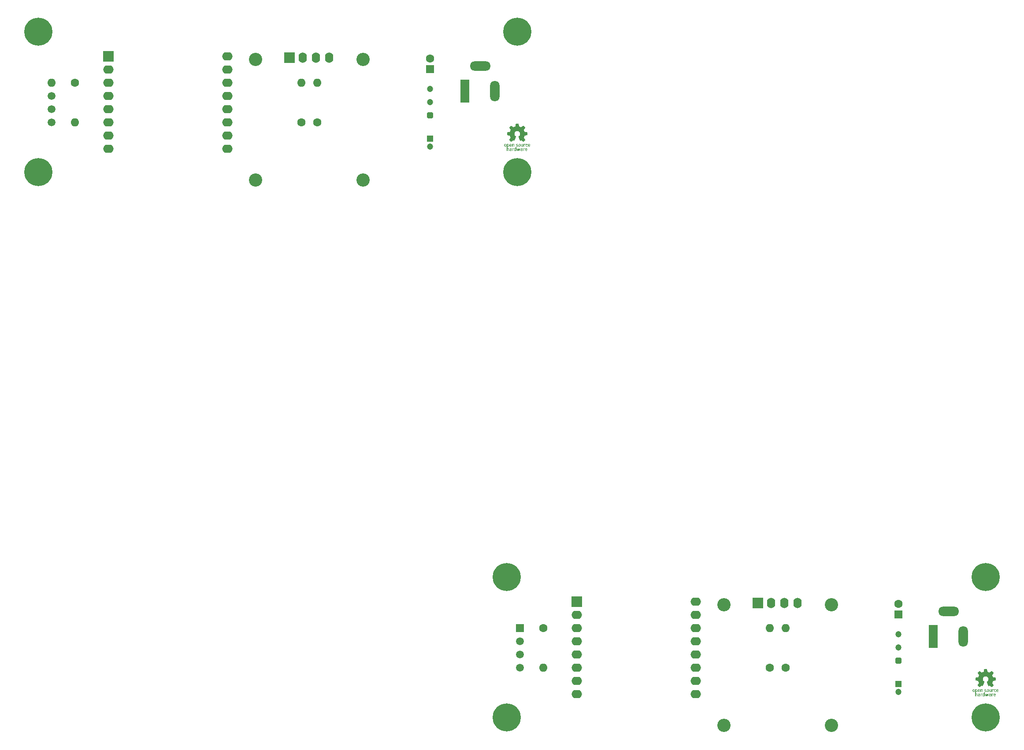
<source format=gbr>
<<<<<<< HEAD
%TF.GenerationSoftware,KiCad,Pcbnew,(6.0.5)*%
%TF.CreationDate,2022-06-04T22:27:33+02:00*%
=======
%TF.GenerationSoftware,KiCad,Pcbnew,6.0.7-f9a2dced07~116~ubuntu22.04.1*%
%TF.CreationDate,2022-09-18T17:51:17+02:00*%
>>>>>>> 1ef551dc16a834aef869da9beec1b41d527119e7
%TF.ProjectId,SmartHarz-Thermometer,536d6172-7448-4617-927a-2d546865726d,1b1*%
%TF.SameCoordinates,Original*%
%TF.FileFunction,Soldermask,Top*%
%TF.FilePolarity,Negative*%
%FSLAX46Y46*%
G04 Gerber Fmt 4.6, Leading zero omitted, Abs format (unit mm)*
<<<<<<< HEAD
G04 Created by KiCad (PCBNEW (6.0.5)) date 2022-06-04 22:27:33*
=======
G04 Created by KiCad (PCBNEW 6.0.7-f9a2dced07~116~ubuntu22.04.1) date 2022-09-18 17:51:17*
>>>>>>> 1ef551dc16a834aef869da9beec1b41d527119e7
%MOMM*%
%LPD*%
G01*
G04 APERTURE LIST*
G04 Aperture macros list*
%AMRoundRect*
0 Rectangle with rounded corners*
0 $1 Rounding radius*
0 $2 $3 $4 $5 $6 $7 $8 $9 X,Y pos of 4 corners*
0 Add a 4 corners polygon primitive as box body*
4,1,4,$2,$3,$4,$5,$6,$7,$8,$9,$2,$3,0*
0 Add four circle primitives for the rounded corners*
1,1,$1+$1,$2,$3*
1,1,$1+$1,$4,$5*
1,1,$1+$1,$6,$7*
1,1,$1+$1,$8,$9*
0 Add four rect primitives between the rounded corners*
20,1,$1+$1,$2,$3,$4,$5,0*
20,1,$1+$1,$4,$5,$6,$7,0*
20,1,$1+$1,$6,$7,$8,$9,0*
20,1,$1+$1,$8,$9,$2,$3,0*%
G04 Aperture macros list end*
%ADD10R,1.500000X1.500000*%
%ADD11C,1.500000*%
%ADD12R,1.200000X1.200000*%
%ADD13C,1.200000*%
%ADD14C,1.600000*%
%ADD15O,1.600000X1.600000*%
%ADD16RoundRect,0.300000X0.300000X-0.300000X0.300000X0.300000X-0.300000X0.300000X-0.300000X-0.300000X0*%
%ADD17R,1.600000X1.600000*%
%ADD18C,0.800000*%
%ADD19C,5.400000*%
%ADD20C,2.550000*%
%ADD21R,2.000000X2.000000*%
%ADD22O,1.600000X2.000000*%
%ADD23R,1.800000X4.400000*%
%ADD24O,1.800000X4.000000*%
%ADD25O,4.000000X1.800000*%
%ADD26O,2.000000X1.600000*%
G04 APERTURE END LIST*
%TO.C,G\u002A\u002A\u002A*%
G36*
<<<<<<< HEAD
X186032859Y-96583700D02*
G01*
X186045606Y-96630133D01*
X186057422Y-96672151D01*
X186067834Y-96708158D01*
X186076373Y-96736560D01*
X186082568Y-96755765D01*
X186085948Y-96764177D01*
X186086242Y-96764424D01*
X186090747Y-96758831D01*
X186095021Y-96746352D01*
X186098211Y-96735325D01*
X186104876Y-96713694D01*
X186114420Y-96683350D01*
X186126244Y-96646182D01*
X186139749Y-96604084D01*
X186152173Y-96565627D01*
X186204883Y-96402975D01*
X186280052Y-96402975D01*
X186338414Y-96583780D01*
X186353413Y-96629630D01*
X186367285Y-96670862D01*
X186379494Y-96705969D01*
X186389500Y-96733448D01*
X186396768Y-96751794D01*
X186400758Y-96759500D01*
X186401193Y-96759576D01*
X186404013Y-96752145D01*
X186409744Y-96733704D01*
X186417898Y-96705940D01*
X186427990Y-96670540D01*
X186439532Y-96629191D01*
X186452037Y-96583579D01*
X186452829Y-96580666D01*
X186465274Y-96535036D01*
X186476647Y-96493726D01*
X186486487Y-96458384D01*
X186494328Y-96430660D01*
X186499710Y-96412206D01*
X186502168Y-96404670D01*
X186502222Y-96404591D01*
X186509338Y-96403798D01*
X186526286Y-96403633D01*
X186549764Y-96404112D01*
X186556401Y-96404339D01*
X186608405Y-96406261D01*
X186443909Y-96922663D01*
X186398048Y-96920762D01*
X186352188Y-96918861D01*
X186299315Y-96739817D01*
X186285584Y-96693747D01*
X186272918Y-96652065D01*
X186261820Y-96616359D01*
X186252790Y-96588215D01*
X186246331Y-96569220D01*
X186242944Y-96560960D01*
X186242690Y-96560735D01*
X186239799Y-96566729D01*
X186233810Y-96583522D01*
X186225317Y-96609300D01*
X186214910Y-96642246D01*
X186203184Y-96680545D01*
X186198225Y-96697063D01*
X186185245Y-96740521D01*
X186172640Y-96782691D01*
X186161216Y-96820886D01*
X186151775Y-96852418D01*
X186145121Y-96874601D01*
X186144163Y-96877788D01*
X186130815Y-96922147D01*
X186040450Y-96922147D01*
X186033760Y-96900789D01*
X186027296Y-96880289D01*
X186017977Y-96850922D01*
X186006335Y-96814351D01*
X185992904Y-96772241D01*
X185978215Y-96726254D01*
X185962803Y-96678056D01*
X185947199Y-96629309D01*
X185931936Y-96581676D01*
X185917547Y-96536823D01*
X185904565Y-96496412D01*
X185893523Y-96462107D01*
X185884954Y-96435573D01*
X185879390Y-96418472D01*
X185877417Y-96412584D01*
X185877662Y-96407818D01*
X185884314Y-96404899D01*
X185899543Y-96403421D01*
X185925517Y-96402978D01*
X185928771Y-96402975D01*
X185983813Y-96402975D01*
X186032859Y-96583700D01*
G37*
G36*
X186855493Y-95754507D02*
G01*
X186857619Y-95927514D01*
X186875335Y-95954267D01*
X186897455Y-95978603D01*
X186922920Y-95992428D01*
X186959719Y-96000581D01*
X186993583Y-95995951D01*
X187024212Y-95978631D01*
X187047796Y-95953577D01*
X187051861Y-95947474D01*
X187055051Y-95940254D01*
X187057495Y-95930298D01*
X187059321Y-95915988D01*
X187060657Y-95895705D01*
X187061633Y-95867832D01*
X187062376Y-95830748D01*
X187063015Y-95782837D01*
X187063290Y-95758472D01*
X187065235Y-95581500D01*
X187169932Y-95581500D01*
X187168213Y-95839444D01*
X187166494Y-96097387D01*
X187115563Y-96099306D01*
X187064631Y-96101225D01*
X187064631Y-96040502D01*
X187038394Y-96062960D01*
X187017546Y-96077959D01*
X186995250Y-96089849D01*
X186986700Y-96093046D01*
X186958785Y-96098200D01*
X186925306Y-96099868D01*
X186892754Y-96098000D01*
X186871641Y-96093900D01*
X186836337Y-96077012D01*
X186804315Y-96049815D01*
X186778332Y-96015135D01*
X186763447Y-95983042D01*
X186760739Y-95968194D01*
X186758624Y-95940990D01*
X186757094Y-95901244D01*
X186756143Y-95848770D01*
X186755765Y-95783382D01*
X186755757Y-95771102D01*
X186755757Y-95581500D01*
X186853366Y-95581500D01*
X186855493Y-95754507D01*
G37*
G36*
X185314631Y-96399449D02*
G01*
X185345205Y-96407381D01*
X185372337Y-96418394D01*
X185384734Y-96425929D01*
X185389976Y-96430175D01*
X185392284Y-96434546D01*
X185390602Y-96440864D01*
X185383876Y-96450949D01*
X185371051Y-96466621D01*
X185351072Y-96489700D01*
X185341271Y-96500920D01*
X185328847Y-96514402D01*
X185320398Y-96519284D01*
X185311356Y-96516951D01*
X185303331Y-96512421D01*
X185276865Y-96503259D01*
X185245600Y-96501829D01*
X185215204Y-96507915D01*
X185197569Y-96516470D01*
X185184797Y-96525596D01*
X185174676Y-96535055D01*
X185166899Y-96546430D01*
X185161159Y-96561302D01*
X185157149Y-96581253D01*
X185154560Y-96607864D01*
X185153085Y-96642718D01*
X185152418Y-96687396D01*
X185152249Y-96743480D01*
X185152248Y-96749638D01*
X185152238Y-96922147D01*
X185047089Y-96922147D01*
X185047089Y-96402975D01*
X185152238Y-96402975D01*
X185152238Y-96456169D01*
X185176882Y-96436405D01*
X185213661Y-96413813D01*
X185254866Y-96399935D01*
X185286615Y-96396403D01*
X185314631Y-96399449D01*
G37*
G36*
X186638528Y-96697988D02*
G01*
X186660398Y-96666441D01*
X186693077Y-96641858D01*
X186710983Y-96633086D01*
X186727604Y-96626840D01*
X186745734Y-96622309D01*
X186768257Y-96619082D01*
X186798062Y-96616750D01*
X186838035Y-96614905D01*
X186839459Y-96614851D01*
X186933751Y-96611321D01*
X186931830Y-96568613D01*
X186930140Y-96544605D01*
X186926765Y-96529633D01*
X186920219Y-96519589D01*
X186911355Y-96512085D01*
X186900741Y-96505522D01*
X186888135Y-96501398D01*
X186870325Y-96499182D01*
X186844095Y-96498340D01*
X186828094Y-96498266D01*
X186797625Y-96498561D01*
X186777215Y-96499823D01*
X186763784Y-96502617D01*
X186754254Y-96507510D01*
X186747648Y-96513053D01*
X186735499Y-96523225D01*
X186727405Y-96527818D01*
X186727121Y-96527839D01*
X186719429Y-96524112D01*
X186705316Y-96514624D01*
X186688092Y-96501914D01*
X186671065Y-96488519D01*
X186657545Y-96476981D01*
X186650840Y-96469836D01*
X186650608Y-96469133D01*
X186655914Y-96459661D01*
X186669748Y-96446575D01*
X186688979Y-96432337D01*
X186710478Y-96419405D01*
X186719612Y-96414873D01*
X186736157Y-96408083D01*
X186752646Y-96403682D01*
X186772550Y-96401196D01*
X186799340Y-96400150D01*
X186828046Y-96400031D01*
X186882102Y-96402500D01*
X186925507Y-96409869D01*
X186960010Y-96422675D01*
X186987361Y-96441458D01*
X186998235Y-96452495D01*
X187008975Y-96465820D01*
X187017630Y-96479817D01*
X187024420Y-96496024D01*
X187029566Y-96515981D01*
X187033288Y-96541227D01*
X187035806Y-96573302D01*
X187037341Y-96613744D01*
X187038113Y-96664095D01*
X187038342Y-96725892D01*
X187038344Y-96732758D01*
X187038344Y-96922147D01*
X186933195Y-96922147D01*
X186933049Y-96897503D01*
X186932626Y-96881815D01*
X186930407Y-96877605D01*
X186924581Y-96883207D01*
X186921548Y-96886936D01*
X186899823Y-96904590D01*
X186868785Y-96917429D01*
X186831567Y-96924873D01*
X186791299Y-96926344D01*
X186751111Y-96921261D01*
X186744460Y-96919691D01*
X186701934Y-96903596D01*
X186667742Y-96878354D01*
X186647907Y-96854998D01*
X186636342Y-96835807D01*
X186629643Y-96815092D01*
X186626082Y-96787315D01*
X186625863Y-96784372D01*
X186626397Y-96764424D01*
X186719910Y-96764424D01*
X186725507Y-96791821D01*
X186741935Y-96811928D01*
X186765080Y-96823077D01*
X186788263Y-96827237D01*
X186818065Y-96829177D01*
X186849340Y-96828908D01*
X186876941Y-96826437D01*
X186892983Y-96822858D01*
X186913460Y-96810021D01*
X186926528Y-96787870D01*
X186932616Y-96755504D01*
X186933195Y-96738463D01*
X186933195Y-96698706D01*
X186867101Y-96698706D01*
X186816982Y-96700184D01*
X186778589Y-96704951D01*
X186750805Y-96713505D01*
X186732514Y-96726345D01*
X186722598Y-96743971D01*
X186719910Y-96764424D01*
X186626397Y-96764424D01*
X186627128Y-96737099D01*
X186638528Y-96697988D01*
G37*
G36*
X184546626Y-95678866D02*
G01*
X184575339Y-95637893D01*
X184612849Y-95606366D01*
X184640164Y-95591651D01*
X184662683Y-95582283D01*
X184681357Y-95577134D01*
X184701515Y-95575334D01*
X184728489Y-95576013D01*
X184734195Y-95576316D01*
X184788429Y-95584651D01*
X184834592Y-95603323D01*
X184872925Y-95632487D01*
X184903668Y-95672301D01*
X184914847Y-95693221D01*
X184922798Y-95711634D01*
X184928100Y-95729531D01*
X184931410Y-95750628D01*
X184933384Y-95778644D01*
X184934291Y-95803299D01*
X184936500Y-95877231D01*
X184611671Y-95877231D01*
X184615984Y-95904208D01*
X184626107Y-95940790D01*
X184644075Y-95968380D01*
X184664465Y-95985252D01*
X184700940Y-96001553D01*
X184740818Y-96006306D01*
X184781502Y-95999660D01*
X184820396Y-95981762D01*
X184829045Y-95975903D01*
X184854401Y-95957536D01*
X184925511Y-96020560D01*
X184906790Y-96040295D01*
X184890661Y-96053607D01*
X184867780Y-96068145D01*
X184847644Y-96078576D01*
X184823665Y-96088415D01*
X184801105Y-96094389D01*
X184774742Y-96097555D01*
X184748072Y-96098759D01*
X184709181Y-96098353D01*
X184677057Y-96095072D01*
X184660822Y-96091318D01*
X184613387Y-96069615D01*
X184574698Y-96038180D01*
X184545194Y-95997465D01*
X184526775Y-95952994D01*
X184519694Y-95920253D01*
X184514978Y-95879945D01*
X184513020Y-95837500D01*
X184514210Y-95798345D01*
X184515003Y-95790082D01*
X184517498Y-95777011D01*
X184613495Y-95777011D01*
X184613761Y-95782394D01*
X184615906Y-95786280D01*
X184621767Y-95788914D01*
X184633184Y-95790539D01*
X184651993Y-95791399D01*
X184680034Y-95791738D01*
X184719144Y-95791798D01*
X184725071Y-95791798D01*
X184761733Y-95791499D01*
X184793341Y-95790669D01*
X184817761Y-95789413D01*
X184832858Y-95787831D01*
X184836792Y-95786419D01*
X184833826Y-95769114D01*
X184826352Y-95746468D01*
X184816501Y-95723742D01*
X184806406Y-95706197D01*
X184802319Y-95701364D01*
X184772251Y-95680854D01*
X184738569Y-95670637D01*
X184704346Y-95670921D01*
X184672651Y-95681910D01*
X184658449Y-95691704D01*
X184640521Y-95711671D01*
X184625293Y-95737161D01*
X184615556Y-95762880D01*
X184613495Y-95777011D01*
X184517498Y-95777011D01*
X184526563Y-95729518D01*
X184546626Y-95678866D01*
G37*
G36*
X184532846Y-96698274D02*
G01*
X184549911Y-96671325D01*
X184571617Y-96650262D01*
X184599468Y-96634527D01*
X184634971Y-96623567D01*
X184679632Y-96616824D01*
X184734957Y-96613743D01*
X184762859Y-96613405D01*
X184830220Y-96613273D01*
X184830220Y-96584680D01*
X184827445Y-96550947D01*
X184818212Y-96526258D01*
X184801153Y-96509499D01*
X184774901Y-96499559D01*
X184738092Y-96495326D01*
X184720066Y-96494980D01*
X184691839Y-96495573D01*
X184672430Y-96497968D01*
X184657539Y-96503093D01*
X184643417Y-96511499D01*
X184625926Y-96521093D01*
X184613177Y-96523765D01*
X184610844Y-96523000D01*
X184601222Y-96516520D01*
X184585130Y-96505129D01*
X184572100Y-96495699D01*
X184554010Y-96480502D01*
X184546971Y-96467796D01*
X184551261Y-96455366D01*
X184567157Y-96440998D01*
X184580072Y-96432045D01*
X184619014Y-96412762D01*
X184664194Y-96400935D01*
X184712764Y-96396368D01*
X184761873Y-96398866D01*
X184808672Y-96408232D01*
X184850311Y-96424271D01*
X184883939Y-96446787D01*
X184890754Y-96453398D01*
X184900903Y-96464910D01*
X184909079Y-96476844D01*
X184915491Y-96490715D01*
X184920352Y-96508037D01*
X184923872Y-96530323D01*
X184926263Y-96559087D01*
X184927737Y-96595844D01*
X184928505Y-96642107D01*
X184928778Y-96699391D01*
X184928797Y-96725820D01*
X184928797Y-96922147D01*
X184830220Y-96922147D01*
X184830220Y-96875525D01*
X184805447Y-96895433D01*
X184771333Y-96914801D01*
X184729454Y-96925261D01*
X184682043Y-96926435D01*
X184648468Y-96921875D01*
X184603529Y-96907312D01*
X184566813Y-96883998D01*
X184539154Y-96853549D01*
X184521387Y-96817578D01*
X184514349Y-96777701D01*
X184517149Y-96751597D01*
X184612718Y-96751597D01*
X184612763Y-96774761D01*
X184621867Y-96796806D01*
X184639485Y-96814813D01*
X184662913Y-96825348D01*
X184684663Y-96828468D01*
X184712925Y-96829384D01*
X184742773Y-96828275D01*
X184769281Y-96825319D01*
X184787185Y-96820841D01*
X184805651Y-96810108D01*
X184817337Y-96794683D01*
X184823632Y-96771750D01*
X184825833Y-96742484D01*
X184826934Y-96701992D01*
X184744786Y-96702283D01*
X184706647Y-96702854D01*
X184679108Y-96704439D01*
X184659644Y-96707315D01*
X184645731Y-96711760D01*
X184641993Y-96713584D01*
X184622280Y-96730232D01*
X184612718Y-96751597D01*
X184517149Y-96751597D01*
X184518872Y-96735532D01*
X184532846Y-96698274D01*
G37*
G36*
X186033065Y-91671634D02*
G01*
X186083104Y-91671855D01*
X186130336Y-91672283D01*
X186172989Y-91672918D01*
X186209292Y-91673760D01*
X186237472Y-91674810D01*
X186255757Y-91676066D01*
X186262156Y-91677271D01*
X186266034Y-91685548D01*
X186271907Y-91706626D01*
X186279734Y-91740317D01*
X186289474Y-91786437D01*
X186301087Y-91844800D01*
X186314534Y-91915220D01*
X186318646Y-91937204D01*
X186331330Y-92004705D01*
X186342041Y-92060306D01*
X186351015Y-92105066D01*
X186358491Y-92140040D01*
X186364705Y-92166288D01*
X186369897Y-92184864D01*
X186374302Y-92196828D01*
X186378160Y-92203235D01*
X186378508Y-92203595D01*
X186387710Y-92209227D01*
X186407414Y-92218990D01*
X186435922Y-92232120D01*
X186471538Y-92247856D01*
X186512565Y-92265434D01*
X186557305Y-92284093D01*
X186561889Y-92285977D01*
X186613617Y-92307075D01*
X186654635Y-92323446D01*
X186686306Y-92335555D01*
X186709995Y-92343870D01*
X186727066Y-92348856D01*
X186738881Y-92350981D01*
X186746804Y-92350711D01*
X186749185Y-92350038D01*
X186758229Y-92345011D01*
X186776755Y-92333372D01*
X186803445Y-92315994D01*
X186836980Y-92293752D01*
X186876040Y-92267522D01*
X186919306Y-92238179D01*
X186965460Y-92206597D01*
X186966315Y-92206009D01*
X187012319Y-92174487D01*
X187055276Y-92145242D01*
X187093901Y-92119135D01*
X187126905Y-92097028D01*
X187153002Y-92079785D01*
X187170903Y-92068266D01*
X187179322Y-92063335D01*
X187179418Y-92063296D01*
X187184170Y-92063598D01*
X187191926Y-92067699D01*
X187203500Y-92076340D01*
X187219705Y-92090262D01*
X187241354Y-92110206D01*
X187269262Y-92136914D01*
X187304240Y-92171125D01*
X187347103Y-92213581D01*
X187375938Y-92242317D01*
X187422144Y-92288478D01*
X187459846Y-92326305D01*
X187489860Y-92356727D01*
X187513004Y-92380675D01*
X187530096Y-92399080D01*
X187541952Y-92412871D01*
X187549392Y-92422980D01*
X187553232Y-92430336D01*
X187554289Y-92435871D01*
X187553382Y-92440514D01*
X187552326Y-92443058D01*
X187546927Y-92452226D01*
X187534945Y-92470889D01*
X187517262Y-92497727D01*
X187494762Y-92531417D01*
X187468327Y-92570637D01*
X187438840Y-92614067D01*
X187407184Y-92660385D01*
X187406143Y-92661902D01*
X187369571Y-92715390D01*
X187339926Y-92759178D01*
X187316563Y-92794311D01*
X187298841Y-92821833D01*
X187286116Y-92842791D01*
X187277747Y-92858229D01*
X187273090Y-92869194D01*
X187271503Y-92876729D01*
X187271830Y-92880353D01*
X187275295Y-92890039D01*
X187283148Y-92909829D01*
X187294559Y-92937761D01*
X187308701Y-92971875D01*
X187324745Y-93010209D01*
X187341863Y-93050803D01*
X187359226Y-93091695D01*
X187376006Y-93130925D01*
X187391374Y-93166531D01*
X187404501Y-93196554D01*
X187414561Y-93219031D01*
X187418392Y-93227271D01*
X187433031Y-93246359D01*
X187451998Y-93255529D01*
X187463867Y-93258311D01*
X187486989Y-93263137D01*
X187519691Y-93269681D01*
X187560297Y-93277614D01*
X187607133Y-93286609D01*
X187658524Y-93296338D01*
X187700894Y-93304262D01*
X187753948Y-93314300D01*
X187803097Y-93323922D01*
X187846791Y-93332800D01*
X187883480Y-93340607D01*
X187911617Y-93347014D01*
X187929652Y-93351693D01*
X187935836Y-93354028D01*
X187938299Y-93362482D01*
X187940436Y-93382321D01*
X187942243Y-93411789D01*
X187943717Y-93449133D01*
X187944853Y-93492600D01*
X187945649Y-93540435D01*
X187946101Y-93590885D01*
X187946204Y-93642196D01*
X187945955Y-93692614D01*
X187945352Y-93740386D01*
X187944389Y-93783758D01*
X187943064Y-93820977D01*
X187941373Y-93850288D01*
X187939311Y-93869938D01*
X187936922Y-93878137D01*
X187928730Y-93880900D01*
X187909117Y-93885695D01*
X187879594Y-93892207D01*
X187841672Y-93900121D01*
X187796861Y-93909120D01*
X187746674Y-93918889D01*
X187695409Y-93928592D01*
X187641214Y-93938887D01*
X187590707Y-93948819D01*
X187545447Y-93958054D01*
X187506993Y-93966260D01*
X187476905Y-93973106D01*
X187456741Y-93978259D01*
X187448263Y-93981241D01*
X187442036Y-93989744D01*
X187432059Y-94008679D01*
X187419066Y-94036225D01*
X187403792Y-94070558D01*
X187386972Y-94109856D01*
X187369339Y-94152297D01*
X187351629Y-94196057D01*
X187334576Y-94239314D01*
X187318915Y-94280245D01*
X187305381Y-94317028D01*
X187294707Y-94347839D01*
X187287629Y-94370857D01*
X187284881Y-94384259D01*
X187285039Y-94386229D01*
X187289599Y-94394459D01*
X187300762Y-94412173D01*
X187317648Y-94438050D01*
X187339380Y-94470765D01*
X187365080Y-94508997D01*
X187393870Y-94551423D01*
X187420926Y-94590975D01*
X187451665Y-94635945D01*
X187480046Y-94677847D01*
X187505198Y-94715365D01*
X187526249Y-94747183D01*
X187542327Y-94771984D01*
X187552562Y-94788452D01*
X187556040Y-94795002D01*
X187554356Y-94800848D01*
X187546972Y-94811669D01*
X187533305Y-94828101D01*
X187512771Y-94850781D01*
X187484786Y-94880346D01*
X187448766Y-94917430D01*
X187404128Y-94962672D01*
X187379325Y-94987616D01*
X187332714Y-95034281D01*
X187294381Y-95072341D01*
X187263434Y-95102605D01*
X187238982Y-95125885D01*
X187220131Y-95142990D01*
X187205988Y-95154730D01*
X187195663Y-95161915D01*
X187188261Y-95165354D01*
X187182923Y-95165864D01*
X187173777Y-95161669D01*
X187155219Y-95150831D01*
X187128616Y-95134230D01*
X187095334Y-95112746D01*
X187056741Y-95087257D01*
X187014201Y-95058644D01*
X186978165Y-95034039D01*
X186920067Y-94994453D01*
X186871128Y-94961836D01*
X186831634Y-94936370D01*
X186801867Y-94918233D01*
X186782112Y-94907604D01*
X186773249Y-94904605D01*
X186761763Y-94907638D01*
X186741320Y-94915983D01*
X186714418Y-94928509D01*
X186683557Y-94944086D01*
X186669613Y-94951483D01*
X186631864Y-94971282D01*
X186604193Y-94984513D01*
X186585560Y-94991616D01*
X186574924Y-94993031D01*
X186572991Y-94992323D01*
X186568632Y-94985173D01*
X186559894Y-94967053D01*
X186547273Y-94939166D01*
X186531267Y-94902716D01*
X186512371Y-94858907D01*
X186491082Y-94808942D01*
X186467896Y-94754024D01*
X186443311Y-94695358D01*
X186417823Y-94634146D01*
X186391928Y-94571592D01*
X186366123Y-94508900D01*
X186340905Y-94447273D01*
X186316769Y-94387915D01*
X186294213Y-94332029D01*
X186273734Y-94280819D01*
X186255827Y-94235488D01*
X186240990Y-94197240D01*
X186229718Y-94167279D01*
X186222509Y-94146807D01*
X186219859Y-94137029D01*
X186219895Y-94136523D01*
X186227640Y-94126004D01*
X186242079Y-94114612D01*
X186244791Y-94112962D01*
X186272526Y-94094925D01*
X186305500Y-94070644D01*
X186339768Y-94043278D01*
X186371386Y-94015985D01*
X186396408Y-93991925D01*
X186397906Y-93990341D01*
X186447374Y-93929287D01*
X186488561Y-93861331D01*
X186519515Y-93789919D01*
X186529517Y-93757826D01*
X186536305Y-93723839D01*
X186541135Y-93681344D01*
X186543816Y-93634862D01*
X186544157Y-93588909D01*
X186541967Y-93548003D01*
X186539260Y-93527187D01*
X186518542Y-93445454D01*
X186486138Y-93369103D01*
X186442736Y-93299076D01*
X186389021Y-93236317D01*
X186325680Y-93181769D01*
X186255803Y-93137655D01*
X186181975Y-93105427D01*
X186104008Y-93084905D01*
X186023739Y-93076090D01*
X185943006Y-93078982D01*
X185863645Y-93093580D01*
X185787493Y-93119885D01*
X185750769Y-93137655D01*
X185678759Y-93183351D01*
X185615710Y-93238172D01*
X185562309Y-93301174D01*
X185519242Y-93371414D01*
X185487196Y-93447949D01*
X185467311Y-93527187D01*
X185463459Y-93562704D01*
X185462256Y-93606065D01*
X185463511Y-93652753D01*
X185467033Y-93698249D01*
X185472632Y-93738035D01*
X185477054Y-93757826D01*
X185502810Y-93829669D01*
X185539669Y-93899594D01*
X185585680Y-93964155D01*
X185608665Y-93990341D01*
X185633035Y-94014032D01*
X185664295Y-94041192D01*
X185698501Y-94068663D01*
X185731709Y-94093284D01*
X185759973Y-94111898D01*
X185761781Y-94112962D01*
X185776840Y-94124024D01*
X185786064Y-94135029D01*
X185786676Y-94136523D01*
X185784834Y-94144402D01*
X185778351Y-94163175D01*
X185767722Y-94191638D01*
X185753444Y-94228589D01*
X185736014Y-94272822D01*
X185715929Y-94323136D01*
X185693685Y-94378326D01*
X185669778Y-94437189D01*
X185644706Y-94498522D01*
X185618964Y-94561120D01*
X185593050Y-94623780D01*
X185567459Y-94685299D01*
X185542689Y-94744474D01*
X185519236Y-94800100D01*
X185497596Y-94850974D01*
X185478267Y-94895893D01*
X185461744Y-94933653D01*
X185448525Y-94963051D01*
X185439105Y-94982882D01*
X185433982Y-94991945D01*
X185433581Y-94992323D01*
X185425357Y-94992691D01*
X185409480Y-94987515D01*
X185384910Y-94976357D01*
X185350604Y-94958776D01*
X185336958Y-94951483D01*
X185305160Y-94934937D01*
X185276240Y-94920953D01*
X185252697Y-94910661D01*
X185237030Y-94905192D01*
X185233322Y-94904605D01*
X185222585Y-94908498D01*
X185201586Y-94920057D01*
X185170611Y-94939103D01*
X185129942Y-94965456D01*
X185079865Y-94998937D01*
X185028406Y-95034039D01*
X184983690Y-95064522D01*
X184941825Y-95092585D01*
X184904175Y-95117350D01*
X184872109Y-95137937D01*
X184846992Y-95153465D01*
X184830191Y-95163056D01*
X184823648Y-95165864D01*
X184818266Y-95165341D01*
X184810847Y-95161878D01*
X184800497Y-95154664D01*
X184786325Y-95142889D01*
X184767437Y-95125743D01*
X184742942Y-95102416D01*
X184711946Y-95072099D01*
X184673558Y-95033981D01*
X184627246Y-94987616D01*
X184578239Y-94938210D01*
X184538133Y-94897268D01*
X184506342Y-94864153D01*
X184482285Y-94838229D01*
X184465376Y-94818861D01*
X184455032Y-94805411D01*
X184450669Y-94797243D01*
X184450531Y-94795002D01*
X184454908Y-94786946D01*
X184465896Y-94769400D01*
X184482622Y-94743681D01*
X184504215Y-94711104D01*
X184529804Y-94672985D01*
X184558517Y-94630642D01*
X184585646Y-94590975D01*
X184616421Y-94545963D01*
X184644875Y-94503987D01*
X184670129Y-94466368D01*
X184691306Y-94434431D01*
X184707528Y-94409498D01*
X184717917Y-94392892D01*
X184721532Y-94386229D01*
X184720338Y-94376318D01*
X184714576Y-94356202D01*
X184704981Y-94327705D01*
X184692289Y-94292649D01*
X184677234Y-94252857D01*
X184660549Y-94210151D01*
X184642971Y-94166354D01*
X184625233Y-94123289D01*
X184608071Y-94082778D01*
X184592218Y-94046644D01*
X184578409Y-94016710D01*
X184567379Y-93994799D01*
X184559863Y-93982732D01*
X184558309Y-93981241D01*
X184548777Y-93977961D01*
X184527870Y-93972679D01*
X184497147Y-93965728D01*
X184458167Y-93957439D01*
X184412490Y-93948144D01*
X184361675Y-93938177D01*
X184311163Y-93928592D01*
X184257268Y-93918384D01*
X184207314Y-93908646D01*
X184162815Y-93899694D01*
X184125279Y-93891844D01*
X184096218Y-93885410D01*
X184077143Y-93880709D01*
X184069649Y-93878137D01*
X184067221Y-93869689D01*
X184065166Y-93849856D01*
X184063481Y-93820393D01*
X184062163Y-93783053D01*
X184061206Y-93739590D01*
X184060609Y-93691756D01*
X184060366Y-93641308D01*
X184060476Y-93589996D01*
X184060933Y-93539577D01*
X184061735Y-93491803D01*
X184062877Y-93448428D01*
X184064357Y-93411205D01*
X184066169Y-93381889D01*
X184068312Y-93362234D01*
X184070735Y-93354028D01*
X184079220Y-93351030D01*
X184099091Y-93346032D01*
X184128800Y-93339363D01*
X184166797Y-93331350D01*
X184211533Y-93322321D01*
X184261459Y-93312604D01*
X184305677Y-93304262D01*
X184359469Y-93294187D01*
X184410017Y-93284589D01*
X184455646Y-93275796D01*
X184494684Y-93268136D01*
X184525455Y-93261936D01*
X184546284Y-93257524D01*
X184554574Y-93255529D01*
X184576131Y-93244181D01*
X184588180Y-93227271D01*
X184596260Y-93209629D01*
X184607852Y-93183393D01*
X184622126Y-93150525D01*
X184638255Y-93112986D01*
X184655410Y-93072737D01*
X184672762Y-93031739D01*
X184689483Y-92991953D01*
X184704745Y-92955340D01*
X184717718Y-92923860D01*
X184727576Y-92899475D01*
X184733488Y-92884146D01*
X184734743Y-92880347D01*
X184734855Y-92874417D01*
X184732292Y-92865755D01*
X184726400Y-92853289D01*
X184716522Y-92835949D01*
X184702004Y-92812665D01*
X184682190Y-92782367D01*
X184656424Y-92743984D01*
X184624051Y-92696446D01*
X184605964Y-92670049D01*
X184567395Y-92613828D01*
X184535633Y-92567434D01*
X184510058Y-92529850D01*
X184490049Y-92500060D01*
X184474985Y-92477049D01*
X184464245Y-92459799D01*
X184457209Y-92447294D01*
X184453255Y-92438518D01*
X184451763Y-92432455D01*
X184452112Y-92428089D01*
X184453682Y-92424402D01*
X184454739Y-92422480D01*
X184460751Y-92415289D01*
X184475039Y-92399949D01*
X184496537Y-92377557D01*
X184524177Y-92349206D01*
X184556890Y-92315990D01*
X184593609Y-92279006D01*
X184633266Y-92239346D01*
X184638046Y-92234584D01*
X184684707Y-92188261D01*
X184723033Y-92150578D01*
X184753870Y-92120769D01*
X184778065Y-92098068D01*
X184796465Y-92081711D01*
X184809916Y-92070931D01*
X184819266Y-92064964D01*
X184825359Y-92063043D01*
X184827443Y-92063359D01*
X184835598Y-92068085D01*
X184853268Y-92079431D01*
X184879162Y-92096533D01*
X184911990Y-92118527D01*
X184950463Y-92144549D01*
X184993291Y-92173733D01*
X185039183Y-92205216D01*
X185040317Y-92205997D01*
X185086458Y-92237619D01*
X185129746Y-92267019D01*
X185168859Y-92293321D01*
X185202478Y-92315646D01*
X185229279Y-92333118D01*
X185247941Y-92344858D01*
X185257143Y-92349989D01*
X185257187Y-92350005D01*
X185263894Y-92351163D01*
X185273761Y-92350180D01*
X185288164Y-92346584D01*
X185308481Y-92339907D01*
X185336089Y-92329679D01*
X185372365Y-92315430D01*
X185418686Y-92296691D01*
X185444683Y-92286049D01*
X185489711Y-92267317D01*
X185531202Y-92249577D01*
X185567459Y-92233595D01*
X185596781Y-92220134D01*
X185617468Y-92209959D01*
X185627823Y-92203834D01*
X185628219Y-92203479D01*
X185632042Y-92197634D01*
X185636334Y-92186584D01*
X185641339Y-92169252D01*
X185647297Y-92144558D01*
X185654453Y-92111424D01*
X185663047Y-92068770D01*
X185673322Y-92015520D01*
X185685520Y-91950593D01*
X185688032Y-91937078D01*
X185702085Y-91862515D01*
X185714254Y-91800366D01*
X185724515Y-91750741D01*
X185732845Y-91713749D01*
X185739220Y-91689501D01*
X185743616Y-91678107D01*
X185744366Y-91677301D01*
X185753064Y-91675871D01*
X185773131Y-91674647D01*
X185802796Y-91673629D01*
X185840286Y-91672817D01*
X185883831Y-91672211D01*
X185931656Y-91671812D01*
X185981992Y-91671620D01*
X186033065Y-91671634D01*
G37*
G36*
X187419561Y-96398886D02*
G01*
X187443388Y-96405131D01*
X187466447Y-96413803D01*
X187485305Y-96423501D01*
X187496530Y-96432827D01*
X187498210Y-96437175D01*
X187493992Y-96445811D01*
X187482948Y-96461088D01*
X187467250Y-96480062D01*
X187463015Y-96484858D01*
X187427979Y-96524023D01*
X187410831Y-96512788D01*
X187389702Y-96504672D01*
X187362444Y-96501547D01*
X187334669Y-96503407D01*
X187311986Y-96510250D01*
X187307607Y-96512851D01*
X187293149Y-96524020D01*
X187281592Y-96536288D01*
X187272617Y-96551203D01*
X187265908Y-96570310D01*
X187261146Y-96595156D01*
X187258014Y-96627289D01*
X187256195Y-96668254D01*
X187255370Y-96719598D01*
X187255213Y-96768033D01*
X187255213Y-96922147D01*
X187156636Y-96922147D01*
X187156636Y-96402975D01*
X187255213Y-96402975D01*
X187255213Y-96429262D01*
X187256574Y-96447986D01*
X187261562Y-96454371D01*
X187271535Y-96448931D01*
X187281437Y-96439187D01*
X187301888Y-96423928D01*
X187330688Y-96410566D01*
X187363041Y-96400853D01*
X187394154Y-96396541D01*
X187398396Y-96396468D01*
X187419561Y-96398886D01*
G37*
G36*
X187526002Y-96549934D02*
G01*
X187543932Y-96502419D01*
X187544322Y-96501651D01*
X187556182Y-96483659D01*
X187573546Y-96463101D01*
X187585426Y-96451213D01*
X187626227Y-96421973D01*
X187671445Y-96404059D01*
X187719007Y-96397366D01*
X187766840Y-96401788D01*
X187812871Y-96417222D01*
X187855029Y-96443563D01*
X187878969Y-96466040D01*
X187900691Y-96493005D01*
X187916281Y-96520956D01*
X187926842Y-96553057D01*
X187933479Y-96592468D01*
X187936704Y-96631345D01*
X187940661Y-96698706D01*
X187775375Y-96698706D01*
X187722057Y-96698851D01*
X187680681Y-96699326D01*
X187650049Y-96700190D01*
X187628962Y-96701503D01*
X187616223Y-96703324D01*
X187610632Y-96705714D01*
X187610127Y-96706921D01*
X187613223Y-96726482D01*
X187620923Y-96751092D01*
X187631045Y-96774545D01*
X187638116Y-96786548D01*
X187662070Y-96809533D01*
X187693421Y-96823853D01*
X187729522Y-96829322D01*
X187767727Y-96825755D01*
X187805391Y-96812966D01*
X187827969Y-96799870D01*
X187853124Y-96782437D01*
X187889554Y-96813561D01*
X187908022Y-96829855D01*
X187917764Y-96841733D01*
X187918285Y-96851783D01*
X187909090Y-96862591D01*
X187889683Y-96876744D01*
X187875655Y-96886108D01*
X187828915Y-96909710D01*
X187776557Y-96923384D01*
X187722330Y-96926421D01*
X187685666Y-96921923D01*
X187639544Y-96907252D01*
X187598452Y-96883937D01*
X187565070Y-96853843D01*
X187544400Y-96823624D01*
X187526317Y-96776241D01*
X187515435Y-96721529D01*
X187511754Y-96663140D01*
X187514761Y-96613273D01*
X187610419Y-96613273D01*
X187833532Y-96613273D01*
X187833532Y-96598236D01*
X187828929Y-96576618D01*
X187817035Y-96551555D01*
X187800720Y-96527940D01*
X187782857Y-96510662D01*
X187781628Y-96509820D01*
X187753905Y-96498302D01*
X187720929Y-96494884D01*
X187687894Y-96499692D01*
X187669134Y-96507135D01*
X187647562Y-96524771D01*
X187629117Y-96551230D01*
X187616589Y-96582193D01*
X187614364Y-96591914D01*
X187610419Y-96613273D01*
X187514761Y-96613273D01*
X187515276Y-96604724D01*
X187526002Y-96549934D01*
G37*
G36*
X187915348Y-95580908D02*
G01*
X187940077Y-95588025D01*
X187961168Y-95597735D01*
X187984836Y-95611286D01*
X188007885Y-95626501D01*
X188027121Y-95641202D01*
X188039349Y-95653210D01*
X188041792Y-95657379D01*
X188038264Y-95664715D01*
X188026884Y-95677675D01*
X188010010Y-95693608D01*
X188007826Y-95695509D01*
X187971622Y-95726766D01*
X187946561Y-95706627D01*
X187913095Y-95687086D01*
X187875467Y-95677192D01*
X187837039Y-95677067D01*
X187801173Y-95686835D01*
X187778346Y-95700436D01*
X187758173Y-95720259D01*
X187744294Y-95744236D01*
X187735876Y-95774819D01*
X187732088Y-95814457D01*
X187731669Y-95837801D01*
X187732003Y-95870152D01*
X187733401Y-95892925D01*
X187736458Y-95909678D01*
X187741769Y-95923968D01*
X187748098Y-95936123D01*
X187772544Y-95967641D01*
X187803553Y-95988946D01*
X187839005Y-95999697D01*
X187876781Y-95999548D01*
X187914761Y-95988157D01*
X187946936Y-95968351D01*
X187971622Y-95948835D01*
X188007826Y-95980092D01*
X188025180Y-95996197D01*
X188037312Y-96009633D01*
X188041861Y-96017750D01*
X188041792Y-96018223D01*
X188034064Y-96028163D01*
X188017794Y-96041842D01*
X187996178Y-96057082D01*
X187972408Y-96071704D01*
X187949681Y-96083530D01*
X187940077Y-96087576D01*
X187900157Y-96097425D01*
X187854584Y-96100395D01*
X187808917Y-96096464D01*
X187775732Y-96088224D01*
X187731015Y-96066019D01*
X187692518Y-96033203D01*
X187661745Y-95991430D01*
X187640199Y-95942358D01*
X187638633Y-95937192D01*
X187631682Y-95901648D01*
X187628357Y-95858584D01*
X187628640Y-95813109D01*
X187632516Y-95770333D01*
X187639269Y-95737659D01*
X187659670Y-95688618D01*
X187689124Y-95646444D01*
X187725997Y-95612879D01*
X187768654Y-95589669D01*
X187782440Y-95584955D01*
X187825247Y-95576764D01*
X187871401Y-95575452D01*
X187915348Y-95580908D01*
G37*
G36*
X188108403Y-95682595D02*
G01*
X188135431Y-95641259D01*
X188170503Y-95609643D01*
X188213333Y-95588160D01*
X188263639Y-95577221D01*
X188274674Y-95576328D01*
X188325089Y-95577527D01*
X188368759Y-95588300D01*
X188408849Y-95609584D01*
X188423485Y-95620371D01*
X188456630Y-95654319D01*
X188480881Y-95696919D01*
X188496412Y-95748628D01*
X188503396Y-95809906D01*
X188503855Y-95832436D01*
X188503855Y-95877231D01*
X188176091Y-95877231D01*
X188179891Y-95901876D01*
X188190075Y-95938038D01*
X188209265Y-95966727D01*
X188221330Y-95978139D01*
X188253314Y-95996926D01*
X188290211Y-96005413D01*
X188328977Y-96003759D01*
X188366571Y-95992125D01*
X188399947Y-95970673D01*
X188402284Y-95968591D01*
X188409600Y-95962683D01*
X188416347Y-95961318D01*
X188425447Y-95965583D01*
X188439819Y-95976566D01*
X188452907Y-95987432D01*
X188490093Y-96018525D01*
X188469126Y-96040164D01*
X188451012Y-96055437D01*
X188427253Y-96071189D01*
X188412151Y-96079419D01*
X188376518Y-96091717D01*
X188333652Y-96098730D01*
X188288452Y-96100231D01*
X188245814Y-96095994D01*
X188217096Y-96088417D01*
X188172109Y-96065991D01*
X188136254Y-96035216D01*
X188109218Y-95995578D01*
X188090689Y-95946563D01*
X188080351Y-95887656D01*
X188078421Y-95860802D01*
X188079614Y-95792778D01*
X188081019Y-95784488D01*
X188177251Y-95784488D01*
X188180304Y-95787520D01*
X188188416Y-95789579D01*
X188203345Y-95790850D01*
X188226850Y-95791518D01*
X188260689Y-95791770D01*
X188286543Y-95791798D01*
X188327508Y-95791697D01*
X188357138Y-95791269D01*
X188377241Y-95790329D01*
X188389623Y-95788692D01*
X188396094Y-95786172D01*
X188398461Y-95782584D01*
X188398670Y-95780297D01*
X188392496Y-95746452D01*
X188375835Y-95715542D01*
X188351145Y-95690450D01*
X188320883Y-95674060D01*
X188304667Y-95670064D01*
X188269791Y-95670852D01*
X188237384Y-95682531D01*
X188210237Y-95703251D01*
X188191141Y-95731161D01*
X188184949Y-95749482D01*
X188180708Y-95767592D01*
X188177497Y-95780297D01*
X188177251Y-95784488D01*
X188081019Y-95784488D01*
X188089702Y-95733239D01*
X188108403Y-95682595D01*
G37*
G36*
X183507400Y-95783237D02*
G01*
X183508339Y-95774902D01*
X183518656Y-95720115D01*
X183535406Y-95675752D01*
X183559599Y-95640266D01*
X183592247Y-95612108D01*
X183627137Y-95592899D01*
X183649764Y-95583293D01*
X183668405Y-95577785D01*
X183688152Y-95575503D01*
X183714098Y-95575573D01*
X183725714Y-95575996D01*
X183780194Y-95583453D01*
X183826551Y-95601190D01*
X183865085Y-95629400D01*
X183896099Y-95668274D01*
X183909568Y-95693221D01*
X183915907Y-95707366D01*
X183920442Y-95720342D01*
X183923475Y-95734701D01*
X183925306Y-95752993D01*
X183926236Y-95777767D01*
X183926564Y-95811574D01*
X183926597Y-95837801D01*
X183926489Y-95878390D01*
X183925963Y-95908387D01*
X183924719Y-95930341D01*
X183922457Y-95946802D01*
X183918876Y-95960322D01*
X183913676Y-95973449D01*
X183909568Y-95982380D01*
X183882889Y-96024731D01*
X183847033Y-96060276D01*
X183811591Y-96082797D01*
X183790772Y-96091049D01*
X183766450Y-96096149D01*
X183734458Y-96098873D01*
X183722872Y-96099339D01*
X183693088Y-96099906D01*
X183671791Y-96098718D01*
X183654358Y-96094976D01*
X183636165Y-96087882D01*
X183624235Y-96082298D01*
X183580494Y-96054311D01*
X183545848Y-96016837D01*
X183529149Y-95989236D01*
X183518537Y-95960035D01*
X183510720Y-95921378D01*
X183506035Y-95876722D01*
X183505030Y-95837801D01*
X183611151Y-95837801D01*
X183611387Y-95874984D01*
X183612308Y-95901699D01*
X183614231Y-95920618D01*
X183617473Y-95934410D01*
X183622354Y-95945747D01*
X183624445Y-95949521D01*
X183642297Y-95970057D01*
X183668049Y-95987604D01*
X183696457Y-95999163D01*
X183716300Y-96002096D01*
X183734482Y-95999058D01*
X183756651Y-95991402D01*
X183765454Y-95987309D01*
X183785562Y-95974831D01*
X183802261Y-95960750D01*
X183806745Y-95955542D01*
X183816898Y-95933602D01*
X183823876Y-95902358D01*
X183827679Y-95865258D01*
X183828307Y-95825754D01*
X183825757Y-95787295D01*
X183820030Y-95753331D01*
X183811126Y-95727313D01*
X183806788Y-95720059D01*
X183785138Y-95699459D01*
X183756216Y-95684076D01*
X183725199Y-95676126D01*
X183704508Y-95676245D01*
X183668189Y-95686947D01*
X183639336Y-95706298D01*
X183622971Y-95727432D01*
X183617958Y-95738890D01*
X183614545Y-95753346D01*
X183612457Y-95773372D01*
X183611417Y-95801540D01*
X183611151Y-95837801D01*
X183505030Y-95837801D01*
X183504816Y-95829523D01*
X183507400Y-95783237D01*
G37*
G36*
X184127037Y-95581500D02*
G01*
X184127037Y-95605303D01*
X184127496Y-95620694D01*
X184130510Y-95625093D01*
X184138535Y-95620650D01*
X184141824Y-95618255D01*
X184186181Y-95592404D01*
X184231586Y-95578162D01*
X184276396Y-95575202D01*
X184318964Y-95583195D01*
X184357647Y-95601813D01*
X184390799Y-95630727D01*
X184416775Y-95669609D01*
X184418666Y-95673506D01*
X184423420Y-95684519D01*
X184426959Y-95695983D01*
X184429460Y-95709980D01*
X184431100Y-95728594D01*
X184432056Y-95753907D01*
X184432506Y-95788002D01*
X184432625Y-95832962D01*
X184432626Y-95837801D01*
X184432446Y-95887528D01*
X184431631Y-95926261D01*
X184429768Y-95956146D01*
X184426445Y-95979332D01*
X184421249Y-95997964D01*
X184413768Y-96014190D01*
X184403589Y-96030157D01*
X184392881Y-96044640D01*
X184364263Y-96071898D01*
X184328475Y-96090169D01*
X184288069Y-96099310D01*
X184245600Y-96099177D01*
X184203620Y-96089626D01*
X184164682Y-96070514D01*
X184148396Y-96058388D01*
X184127037Y-96040358D01*
X184127037Y-96458009D01*
X184145718Y-96440111D01*
X184170473Y-96422592D01*
X184202761Y-96408100D01*
X184237005Y-96398756D01*
X184260659Y-96396403D01*
X184306516Y-96402803D01*
X184349091Y-96421442D01*
X184383650Y-96448665D01*
X184397557Y-96463157D01*
X184408755Y-96476975D01*
X184417537Y-96491709D01*
X184424195Y-96508945D01*
X184429022Y-96530273D01*
X184432309Y-96557281D01*
X184434348Y-96591557D01*
X184435433Y-96634690D01*
X184435855Y-96688267D01*
X184435912Y-96732736D01*
X184435912Y-96922147D01*
X184338463Y-96922147D01*
X184336256Y-96749638D01*
X184335521Y-96697093D01*
X184334732Y-96656003D01*
X184333753Y-96624676D01*
X184332448Y-96601423D01*
X184330681Y-96584555D01*
X184328317Y-96572382D01*
X184325220Y-96563214D01*
X184321254Y-96555361D01*
X184320550Y-96554149D01*
X184298143Y-96527085D01*
X184270015Y-96509497D01*
X184238761Y-96501382D01*
X184206978Y-96502740D01*
X184177260Y-96513568D01*
X184152203Y-96533866D01*
X184138548Y-96554258D01*
X184135012Y-96562649D01*
X184132272Y-96573145D01*
X184130230Y-96587414D01*
X184128789Y-96607125D01*
X184127849Y-96633950D01*
X184127312Y-96669557D01*
X184127081Y-96715616D01*
X184127048Y-96749638D01*
X184127037Y-96922147D01*
X184021889Y-96922147D01*
X184021889Y-95838340D01*
X184127527Y-95838340D01*
X184128566Y-95873498D01*
X184131173Y-95904677D01*
X184135301Y-95927837D01*
X184136559Y-95931884D01*
X184154216Y-95965481D01*
X184178971Y-95988142D01*
X184210181Y-95999553D01*
X184247204Y-95999403D01*
X184266563Y-95995213D01*
X184292546Y-95981412D01*
X184312608Y-95956619D01*
X184326482Y-95921706D01*
X184333904Y-95877545D01*
X184334609Y-95825008D01*
X184330948Y-95783595D01*
X184323184Y-95742996D01*
X184310904Y-95713462D01*
X184293071Y-95693383D01*
X184268650Y-95681149D01*
X184264127Y-95679830D01*
X184227073Y-95675713D01*
X184193145Y-95683003D01*
X184164494Y-95700548D01*
X184143269Y-95727198D01*
X184134323Y-95749390D01*
X184130356Y-95772247D01*
X184128108Y-95803244D01*
X184127527Y-95838340D01*
X184021889Y-95838340D01*
X184021889Y-95581500D01*
X184127037Y-95581500D01*
G37*
G36*
X186013091Y-95578898D02*
G01*
X186061505Y-95589711D01*
X186105073Y-95606317D01*
X186140223Y-95627592D01*
X186146014Y-95632384D01*
X186151798Y-95638589D01*
X186153000Y-95645214D01*
X186148532Y-95654609D01*
X186137305Y-95669120D01*
X186119421Y-95689745D01*
X186097548Y-95714565D01*
X186063561Y-95697420D01*
X186026722Y-95682460D01*
X185989255Y-95673591D01*
X185953386Y-95670676D01*
X185921339Y-95673582D01*
X185895340Y-95682173D01*
X185877613Y-95696313D01*
X185871400Y-95709102D01*
X185868253Y-95733007D01*
X185873026Y-95751497D01*
X185886807Y-95765358D01*
X185910681Y-95775375D01*
X185945737Y-95782332D01*
X185977587Y-95785809D01*
X186010739Y-95789365D01*
X186042484Y-95793996D01*
X186068409Y-95799000D01*
X186080094Y-95802134D01*
X186114204Y-95819642D01*
X186140517Y-95845620D01*
X186158808Y-95877798D01*
X186168849Y-95913902D01*
X186170417Y-95951661D01*
X186163284Y-95988803D01*
X186147226Y-96023056D01*
X186122017Y-96052147D01*
X186106090Y-96063933D01*
X186066428Y-96082616D01*
X186018936Y-96094903D01*
X185967468Y-96100417D01*
X185915877Y-96098783D01*
X185868019Y-96089625D01*
X185861992Y-96087771D01*
X185817475Y-96069555D01*
X185774353Y-96045186D01*
X185748641Y-96026423D01*
X185730581Y-96011479D01*
X185766572Y-95975936D01*
X185802563Y-95940392D01*
X185817510Y-95954435D01*
X185831467Y-95964644D01*
X185852532Y-95976898D01*
X185871741Y-95986461D01*
X185908472Y-95998967D01*
X185947853Y-96005178D01*
X185985945Y-96004964D01*
X186018808Y-95998192D01*
X186032859Y-95991841D01*
X186054496Y-95973966D01*
X186066820Y-95952659D01*
X186069323Y-95930713D01*
X186061496Y-95910916D01*
X186049637Y-95899857D01*
X186037095Y-95895252D01*
X186014745Y-95890421D01*
X185985892Y-95885993D01*
X185963368Y-95883447D01*
X185920745Y-95878774D01*
X185888389Y-95873663D01*
X185863424Y-95867370D01*
X185842978Y-95859150D01*
X185824175Y-95848259D01*
X185822078Y-95846862D01*
X185794072Y-95820633D01*
X185775410Y-95787618D01*
X185766206Y-95750387D01*
X185766576Y-95711513D01*
X185776636Y-95673569D01*
X185796500Y-95639127D01*
X185811998Y-95622283D01*
X185843807Y-95599198D01*
X185881401Y-95584131D01*
X185926948Y-95576405D01*
X185963405Y-95575000D01*
X186013091Y-95578898D01*
G37*
G36*
X185406975Y-96573424D02*
G01*
X185409796Y-96540082D01*
X185414517Y-96513933D01*
X185421583Y-96492999D01*
X185431439Y-96475300D01*
X185444531Y-96458858D01*
X185455148Y-96447744D01*
X185491341Y-96420290D01*
X185532540Y-96403715D01*
X185576324Y-96398054D01*
X185620272Y-96403344D01*
X185661960Y-96419620D01*
X185696054Y-96444160D01*
X185710841Y-96457841D01*
X185710841Y-96192678D01*
X185815989Y-96192678D01*
X185815989Y-96922147D01*
X185710841Y-96922147D01*
X185710841Y-96867282D01*
X185695972Y-96881250D01*
X185664726Y-96902693D01*
X185626035Y-96917370D01*
X185584273Y-96924264D01*
X185543816Y-96922356D01*
X185531249Y-96919554D01*
X185487635Y-96901485D01*
X185452745Y-96873647D01*
X185426083Y-96835639D01*
X185425050Y-96833647D01*
X185405252Y-96794945D01*
X185405252Y-96669607D01*
X185405277Y-96665847D01*
X185507296Y-96665847D01*
X185507834Y-96702414D01*
X185509590Y-96729054D01*
X185512957Y-96748960D01*
X185518326Y-96765321D01*
X185520021Y-96769217D01*
X185539294Y-96797863D01*
X185566297Y-96815887D01*
X185601061Y-96823308D01*
X185608978Y-96823521D01*
X185643760Y-96818850D01*
X185663577Y-96810266D01*
X185681794Y-96795844D01*
X185694965Y-96776799D01*
X185703720Y-96751148D01*
X185708692Y-96716908D01*
X185710511Y-96672094D01*
X185710552Y-96662561D01*
X185710096Y-96625215D01*
X185708502Y-96598015D01*
X185705427Y-96577990D01*
X185700531Y-96562166D01*
X185698481Y-96557412D01*
X185684906Y-96532339D01*
X185669833Y-96516571D01*
X185649879Y-96508128D01*
X185621661Y-96505028D01*
X185608719Y-96504838D01*
X185583046Y-96505292D01*
X185566339Y-96507442D01*
X185554430Y-96512465D01*
X185543153Y-96521542D01*
X185540364Y-96524180D01*
X185527360Y-96539056D01*
X185518123Y-96556408D01*
X185512088Y-96578652D01*
X185508692Y-96608207D01*
X185507371Y-96647488D01*
X185507296Y-96665847D01*
X185405277Y-96665847D01*
X185405609Y-96615939D01*
X185406975Y-96573424D01*
G37*
G36*
X187555274Y-95577645D02*
G01*
X187584546Y-95584156D01*
X187608802Y-95593591D01*
X187624370Y-95604790D01*
X187626211Y-95607288D01*
X187624273Y-95614786D01*
X187616038Y-95629010D01*
X187603725Y-95647015D01*
X187589551Y-95665860D01*
X187575733Y-95682601D01*
X187564491Y-95694294D01*
X187558040Y-95697997D01*
X187557906Y-95697933D01*
X187550130Y-95694123D01*
X187535005Y-95687091D01*
X187528427Y-95684087D01*
X187495484Y-95675669D01*
X187463073Y-95678994D01*
X187433754Y-95692820D01*
X187410085Y-95715905D01*
X187394626Y-95747007D01*
X187393935Y-95749390D01*
X187391604Y-95764689D01*
X187389651Y-95791498D01*
X187388140Y-95828187D01*
X187387135Y-95873127D01*
X187386699Y-95924687D01*
X187386686Y-95934735D01*
X187386649Y-96094101D01*
X187288072Y-96094101D01*
X187288072Y-95581500D01*
X187386649Y-95581500D01*
X187386649Y-95635243D01*
X187408008Y-95617213D01*
X187445442Y-95592134D01*
X187485962Y-95578583D01*
X187524657Y-95575217D01*
X187555274Y-95577645D01*
G37*
G36*
X185282062Y-95576339D02*
G01*
X185321147Y-95581946D01*
X185352617Y-95593855D01*
X185381341Y-95614249D01*
X185394807Y-95626915D01*
X185407261Y-95640129D01*
X185417284Y-95653297D01*
X185425138Y-95667981D01*
X185431084Y-95685740D01*
X185435386Y-95708136D01*
X185438303Y-95736729D01*
X185440099Y-95773081D01*
X185441034Y-95818750D01*
X185441371Y-95875300D01*
X185441397Y-95904689D01*
X185441397Y-96094101D01*
X185343616Y-96094101D01*
X185341575Y-95921591D01*
X185340800Y-95865152D01*
X185339743Y-95820246D01*
X185338080Y-95785261D01*
X185335487Y-95758588D01*
X185331639Y-95738615D01*
X185326212Y-95723731D01*
X185318882Y-95712326D01*
X185309324Y-95702789D01*
X185297214Y-95693509D01*
X185295392Y-95692206D01*
X185276975Y-95682226D01*
X185255031Y-95677707D01*
X185236481Y-95677011D01*
X185204222Y-95680372D01*
X185178748Y-95691849D01*
X185156011Y-95713536D01*
X185149358Y-95722023D01*
X185145292Y-95728130D01*
X185142100Y-95735361D01*
X185139652Y-95745336D01*
X185137820Y-95759671D01*
X185136474Y-95779987D01*
X185135484Y-95807901D01*
X185134722Y-95845032D01*
X185134058Y-95892998D01*
X185133773Y-95917128D01*
X185131738Y-96094101D01*
X185027374Y-96094101D01*
X185027374Y-95581500D01*
X185132522Y-95581500D01*
X185132522Y-95635436D01*
X185154833Y-95615848D01*
X185191492Y-95591272D01*
X185232984Y-95578220D01*
X185280743Y-95576248D01*
X185282062Y-95576339D01*
G37*
G36*
X186240505Y-95767214D02*
G01*
X186241749Y-95745260D01*
X186244011Y-95728799D01*
X186247592Y-95715279D01*
X186252792Y-95702152D01*
X186256900Y-95693221D01*
X186284379Y-95648430D01*
X186319549Y-95614290D01*
X186362317Y-95590862D01*
X186412586Y-95578208D01*
X186437024Y-95576071D01*
X186492157Y-95579197D01*
X186540938Y-95593371D01*
X186582685Y-95618235D01*
X186616719Y-95653434D01*
X186632553Y-95678256D01*
X186646493Y-95713402D01*
X186656092Y-95758031D01*
X186661004Y-95809105D01*
X186660884Y-95863587D01*
X186657789Y-95900730D01*
X186647581Y-95955759D01*
X186630645Y-96000465D01*
X186606036Y-96036325D01*
X186572813Y-96064818D01*
X186542233Y-96081980D01*
X186518724Y-96092038D01*
X186497893Y-96097659D01*
X186474044Y-96099970D01*
X186450168Y-96100204D01*
X186421264Y-96098795D01*
X186394019Y-96095507D01*
X186373882Y-96091020D01*
X186372373Y-96090496D01*
X186327152Y-96067135D01*
X186289532Y-96033139D01*
X186259840Y-95988820D01*
X186254426Y-95977763D01*
X186248945Y-95964765D01*
X186245032Y-95951625D01*
X186242428Y-95935850D01*
X186240873Y-95914951D01*
X186240109Y-95886435D01*
X186239876Y-95847812D01*
X186239870Y-95837801D01*
X186239879Y-95834515D01*
X186338604Y-95834515D01*
X186339633Y-95878364D01*
X186343248Y-95911719D01*
X186350092Y-95937083D01*
X186360806Y-95956961D01*
X186373787Y-95971751D01*
X186404010Y-95992293D01*
X186438179Y-96000794D01*
X186474487Y-95997029D01*
X186499557Y-95987309D01*
X186521184Y-95974116D01*
X186536690Y-95958326D01*
X186547114Y-95937550D01*
X186553497Y-95909403D01*
X186556878Y-95871497D01*
X186557590Y-95854102D01*
X186557907Y-95820212D01*
X186556809Y-95788968D01*
X186554496Y-95764391D01*
X186552599Y-95754477D01*
X186537675Y-95721643D01*
X186514237Y-95696980D01*
X186484701Y-95681350D01*
X186451479Y-95675619D01*
X186416985Y-95680652D01*
X186386827Y-95695111D01*
X186367238Y-95711422D01*
X186353415Y-95731602D01*
X186344565Y-95757945D01*
X186339893Y-95792742D01*
X186338604Y-95834515D01*
X186239879Y-95834515D01*
X186239979Y-95797211D01*
X186240505Y-95767214D01*
=======
X96032859Y8316300D02*
G01*
X96045606Y8269867D01*
X96057422Y8227849D01*
X96067834Y8191842D01*
X96076373Y8163440D01*
X96082568Y8144235D01*
X96085948Y8135823D01*
X96086242Y8135576D01*
X96090747Y8141169D01*
X96095021Y8153648D01*
X96098211Y8164675D01*
X96104876Y8186306D01*
X96114420Y8216650D01*
X96126244Y8253818D01*
X96139749Y8295916D01*
X96152173Y8334373D01*
X96204883Y8497025D01*
X96280052Y8497025D01*
X96338414Y8316220D01*
X96353413Y8270370D01*
X96367285Y8229138D01*
X96379494Y8194031D01*
X96389500Y8166552D01*
X96396768Y8148206D01*
X96400758Y8140500D01*
X96401193Y8140424D01*
X96404013Y8147855D01*
X96409744Y8166296D01*
X96417898Y8194060D01*
X96427990Y8229460D01*
X96439532Y8270809D01*
X96452037Y8316421D01*
X96452829Y8319334D01*
X96465274Y8364964D01*
X96476647Y8406274D01*
X96486487Y8441616D01*
X96494328Y8469340D01*
X96499710Y8487794D01*
X96502168Y8495330D01*
X96502222Y8495409D01*
X96509338Y8496202D01*
X96526286Y8496367D01*
X96549764Y8495888D01*
X96556401Y8495661D01*
X96608405Y8493739D01*
X96443909Y7977337D01*
X96398048Y7979238D01*
X96352188Y7981139D01*
X96299315Y8160183D01*
X96285584Y8206253D01*
X96272918Y8247935D01*
X96261820Y8283641D01*
X96252790Y8311785D01*
X96246331Y8330780D01*
X96242944Y8339040D01*
X96242690Y8339265D01*
X96239799Y8333271D01*
X96233810Y8316478D01*
X96225317Y8290700D01*
X96214910Y8257754D01*
X96203184Y8219455D01*
X96198225Y8202937D01*
X96185245Y8159479D01*
X96172640Y8117309D01*
X96161216Y8079114D01*
X96151775Y8047582D01*
X96145121Y8025399D01*
X96144163Y8022212D01*
X96130815Y7977853D01*
X96040450Y7977853D01*
X96033760Y7999211D01*
X96027296Y8019711D01*
X96017977Y8049078D01*
X96006335Y8085649D01*
X95992904Y8127759D01*
X95978215Y8173746D01*
X95962803Y8221944D01*
X95947199Y8270691D01*
X95931936Y8318324D01*
X95917547Y8363177D01*
X95904565Y8403588D01*
X95893523Y8437893D01*
X95884954Y8464427D01*
X95879390Y8481528D01*
X95877417Y8487416D01*
X95877662Y8492182D01*
X95884314Y8495101D01*
X95899543Y8496579D01*
X95925517Y8497022D01*
X95928771Y8497025D01*
X95983813Y8497025D01*
X96032859Y8316300D01*
G37*
G36*
X96855493Y9145493D02*
G01*
X96857619Y8972486D01*
X96875335Y8945733D01*
X96897455Y8921397D01*
X96922920Y8907572D01*
X96959719Y8899419D01*
X96993583Y8904049D01*
X97024212Y8921369D01*
X97047796Y8946423D01*
X97051861Y8952526D01*
X97055051Y8959746D01*
X97057495Y8969702D01*
X97059321Y8984012D01*
X97060657Y9004295D01*
X97061633Y9032168D01*
X97062376Y9069252D01*
X97063015Y9117163D01*
X97063290Y9141528D01*
X97065235Y9318500D01*
X97169932Y9318500D01*
X97168213Y9060556D01*
X97166494Y8802613D01*
X97115563Y8800694D01*
X97064631Y8798775D01*
X97064631Y8859498D01*
X97038394Y8837040D01*
X97017546Y8822041D01*
X96995250Y8810151D01*
X96986700Y8806954D01*
X96958785Y8801800D01*
X96925306Y8800132D01*
X96892754Y8802000D01*
X96871641Y8806100D01*
X96836337Y8822988D01*
X96804315Y8850185D01*
X96778332Y8884865D01*
X96763447Y8916958D01*
X96760739Y8931806D01*
X96758624Y8959010D01*
X96757094Y8998756D01*
X96756143Y9051230D01*
X96755765Y9116618D01*
X96755757Y9128898D01*
X96755757Y9318500D01*
X96853366Y9318500D01*
X96855493Y9145493D01*
G37*
G36*
X95314631Y8500551D02*
G01*
X95345205Y8492619D01*
X95372337Y8481606D01*
X95384734Y8474071D01*
X95389976Y8469825D01*
X95392284Y8465454D01*
X95390602Y8459136D01*
X95383876Y8449051D01*
X95371051Y8433379D01*
X95351072Y8410300D01*
X95341271Y8399080D01*
X95328847Y8385598D01*
X95320398Y8380716D01*
X95311356Y8383049D01*
X95303331Y8387579D01*
X95276865Y8396741D01*
X95245600Y8398171D01*
X95215204Y8392085D01*
X95197569Y8383530D01*
X95184797Y8374404D01*
X95174676Y8364945D01*
X95166899Y8353570D01*
X95161159Y8338698D01*
X95157149Y8318747D01*
X95154560Y8292136D01*
X95153085Y8257282D01*
X95152418Y8212604D01*
X95152249Y8156520D01*
X95152248Y8150362D01*
X95152238Y7977853D01*
X95047089Y7977853D01*
X95047089Y8497025D01*
X95152238Y8497025D01*
X95152238Y8443831D01*
X95176882Y8463595D01*
X95213661Y8486187D01*
X95254866Y8500065D01*
X95286615Y8503597D01*
X95314631Y8500551D01*
G37*
G36*
X96638528Y8202012D02*
G01*
X96660398Y8233559D01*
X96693077Y8258142D01*
X96710983Y8266914D01*
X96727604Y8273160D01*
X96745734Y8277691D01*
X96768257Y8280918D01*
X96798062Y8283250D01*
X96838035Y8285095D01*
X96839459Y8285149D01*
X96933751Y8288679D01*
X96931830Y8331387D01*
X96930140Y8355395D01*
X96926765Y8370367D01*
X96920219Y8380411D01*
X96911355Y8387915D01*
X96900741Y8394478D01*
X96888135Y8398602D01*
X96870325Y8400818D01*
X96844095Y8401660D01*
X96828094Y8401734D01*
X96797625Y8401439D01*
X96777215Y8400177D01*
X96763784Y8397383D01*
X96754254Y8392490D01*
X96747648Y8386947D01*
X96735499Y8376775D01*
X96727405Y8372182D01*
X96727121Y8372161D01*
X96719429Y8375888D01*
X96705316Y8385376D01*
X96688092Y8398086D01*
X96671065Y8411481D01*
X96657545Y8423019D01*
X96650840Y8430164D01*
X96650608Y8430867D01*
X96655914Y8440339D01*
X96669748Y8453425D01*
X96688979Y8467663D01*
X96710478Y8480595D01*
X96719612Y8485127D01*
X96736157Y8491917D01*
X96752646Y8496318D01*
X96772550Y8498804D01*
X96799340Y8499850D01*
X96828046Y8499969D01*
X96882102Y8497500D01*
X96925507Y8490131D01*
X96960010Y8477325D01*
X96987361Y8458542D01*
X96998235Y8447505D01*
X97008975Y8434180D01*
X97017630Y8420183D01*
X97024420Y8403976D01*
X97029566Y8384019D01*
X97033288Y8358773D01*
X97035806Y8326698D01*
X97037341Y8286256D01*
X97038113Y8235905D01*
X97038342Y8174108D01*
X97038344Y8167242D01*
X97038344Y7977853D01*
X96933195Y7977853D01*
X96933049Y8002497D01*
X96932626Y8018185D01*
X96930407Y8022395D01*
X96924581Y8016793D01*
X96921548Y8013064D01*
X96899823Y7995410D01*
X96868785Y7982571D01*
X96831567Y7975127D01*
X96791299Y7973656D01*
X96751111Y7978739D01*
X96744460Y7980309D01*
X96701934Y7996404D01*
X96667742Y8021646D01*
X96647907Y8045002D01*
X96636342Y8064193D01*
X96629643Y8084908D01*
X96626082Y8112685D01*
X96625863Y8115628D01*
X96626397Y8135576D01*
X96719910Y8135576D01*
X96725507Y8108179D01*
X96741935Y8088072D01*
X96765080Y8076923D01*
X96788263Y8072763D01*
X96818065Y8070823D01*
X96849340Y8071092D01*
X96876941Y8073563D01*
X96892983Y8077142D01*
X96913460Y8089979D01*
X96926528Y8112130D01*
X96932616Y8144496D01*
X96933195Y8161537D01*
X96933195Y8201294D01*
X96867101Y8201294D01*
X96816982Y8199816D01*
X96778589Y8195049D01*
X96750805Y8186495D01*
X96732514Y8173655D01*
X96722598Y8156029D01*
X96719910Y8135576D01*
X96626397Y8135576D01*
X96627128Y8162901D01*
X96638528Y8202012D01*
G37*
G36*
X94546626Y9221134D02*
G01*
X94575339Y9262107D01*
X94612849Y9293634D01*
X94640164Y9308349D01*
X94662683Y9317717D01*
X94681357Y9322866D01*
X94701515Y9324666D01*
X94728489Y9323987D01*
X94734195Y9323684D01*
X94788429Y9315349D01*
X94834592Y9296677D01*
X94872925Y9267513D01*
X94903668Y9227699D01*
X94914847Y9206779D01*
X94922798Y9188366D01*
X94928100Y9170469D01*
X94931410Y9149372D01*
X94933384Y9121356D01*
X94934291Y9096701D01*
X94936500Y9022769D01*
X94611671Y9022769D01*
X94615984Y8995792D01*
X94626107Y8959210D01*
X94644075Y8931620D01*
X94664465Y8914748D01*
X94700940Y8898447D01*
X94740818Y8893694D01*
X94781502Y8900340D01*
X94820396Y8918238D01*
X94829045Y8924097D01*
X94854401Y8942464D01*
X94925511Y8879440D01*
X94906790Y8859705D01*
X94890661Y8846393D01*
X94867780Y8831855D01*
X94847644Y8821424D01*
X94823665Y8811585D01*
X94801105Y8805611D01*
X94774742Y8802445D01*
X94748072Y8801241D01*
X94709181Y8801647D01*
X94677057Y8804928D01*
X94660822Y8808682D01*
X94613387Y8830385D01*
X94574698Y8861820D01*
X94545194Y8902535D01*
X94526775Y8947006D01*
X94519694Y8979747D01*
X94514978Y9020055D01*
X94513020Y9062500D01*
X94514210Y9101655D01*
X94515003Y9109918D01*
X94517498Y9122989D01*
X94613495Y9122989D01*
X94613761Y9117606D01*
X94615906Y9113720D01*
X94621767Y9111086D01*
X94633184Y9109461D01*
X94651993Y9108601D01*
X94680034Y9108262D01*
X94719144Y9108202D01*
X94725071Y9108202D01*
X94761733Y9108501D01*
X94793341Y9109331D01*
X94817761Y9110587D01*
X94832858Y9112169D01*
X94836792Y9113581D01*
X94833826Y9130886D01*
X94826352Y9153532D01*
X94816501Y9176258D01*
X94806406Y9193803D01*
X94802319Y9198636D01*
X94772251Y9219146D01*
X94738569Y9229363D01*
X94704346Y9229079D01*
X94672651Y9218090D01*
X94658449Y9208296D01*
X94640521Y9188329D01*
X94625293Y9162839D01*
X94615556Y9137120D01*
X94613495Y9122989D01*
X94517498Y9122989D01*
X94526563Y9170482D01*
X94546626Y9221134D01*
G37*
G36*
X94532846Y8201726D02*
G01*
X94549911Y8228675D01*
X94571617Y8249738D01*
X94599468Y8265473D01*
X94634971Y8276433D01*
X94679632Y8283176D01*
X94734957Y8286257D01*
X94762859Y8286595D01*
X94830220Y8286727D01*
X94830220Y8315320D01*
X94827445Y8349053D01*
X94818212Y8373742D01*
X94801153Y8390501D01*
X94774901Y8400441D01*
X94738092Y8404674D01*
X94720066Y8405020D01*
X94691839Y8404427D01*
X94672430Y8402032D01*
X94657539Y8396907D01*
X94643417Y8388501D01*
X94625926Y8378907D01*
X94613177Y8376235D01*
X94610844Y8377000D01*
X94601222Y8383480D01*
X94585130Y8394871D01*
X94572100Y8404301D01*
X94554010Y8419498D01*
X94546971Y8432204D01*
X94551261Y8444634D01*
X94567157Y8459002D01*
X94580072Y8467955D01*
X94619014Y8487238D01*
X94664194Y8499065D01*
X94712764Y8503632D01*
X94761873Y8501134D01*
X94808672Y8491768D01*
X94850311Y8475729D01*
X94883939Y8453213D01*
X94890754Y8446602D01*
X94900903Y8435090D01*
X94909079Y8423156D01*
X94915491Y8409285D01*
X94920352Y8391963D01*
X94923872Y8369677D01*
X94926263Y8340913D01*
X94927737Y8304156D01*
X94928505Y8257893D01*
X94928778Y8200609D01*
X94928797Y8174180D01*
X94928797Y7977853D01*
X94830220Y7977853D01*
X94830220Y8024475D01*
X94805447Y8004567D01*
X94771333Y7985199D01*
X94729454Y7974739D01*
X94682043Y7973565D01*
X94648468Y7978125D01*
X94603529Y7992688D01*
X94566813Y8016002D01*
X94539154Y8046451D01*
X94521387Y8082422D01*
X94514349Y8122299D01*
X94517149Y8148403D01*
X94612718Y8148403D01*
X94612763Y8125239D01*
X94621867Y8103194D01*
X94639485Y8085187D01*
X94662913Y8074652D01*
X94684663Y8071532D01*
X94712925Y8070616D01*
X94742773Y8071725D01*
X94769281Y8074681D01*
X94787185Y8079159D01*
X94805651Y8089892D01*
X94817337Y8105317D01*
X94823632Y8128250D01*
X94825833Y8157516D01*
X94826934Y8198008D01*
X94744786Y8197717D01*
X94706647Y8197146D01*
X94679108Y8195561D01*
X94659644Y8192685D01*
X94645731Y8188240D01*
X94641993Y8186416D01*
X94622280Y8169768D01*
X94612718Y8148403D01*
X94517149Y8148403D01*
X94518872Y8164468D01*
X94532846Y8201726D01*
G37*
G36*
X96033065Y13228366D02*
G01*
X96083104Y13228145D01*
X96130336Y13227717D01*
X96172989Y13227082D01*
X96209292Y13226240D01*
X96237472Y13225190D01*
X96255757Y13223934D01*
X96262156Y13222729D01*
X96266034Y13214452D01*
X96271907Y13193374D01*
X96279734Y13159683D01*
X96289474Y13113563D01*
X96301087Y13055200D01*
X96314534Y12984780D01*
X96318646Y12962796D01*
X96331330Y12895295D01*
X96342041Y12839694D01*
X96351015Y12794934D01*
X96358491Y12759960D01*
X96364705Y12733712D01*
X96369897Y12715136D01*
X96374302Y12703172D01*
X96378160Y12696765D01*
X96378508Y12696405D01*
X96387710Y12690773D01*
X96407414Y12681010D01*
X96435922Y12667880D01*
X96471538Y12652144D01*
X96512565Y12634566D01*
X96557305Y12615907D01*
X96561889Y12614023D01*
X96613617Y12592925D01*
X96654635Y12576554D01*
X96686306Y12564445D01*
X96709995Y12556130D01*
X96727066Y12551144D01*
X96738881Y12549019D01*
X96746804Y12549289D01*
X96749185Y12549962D01*
X96758229Y12554989D01*
X96776755Y12566628D01*
X96803445Y12584006D01*
X96836980Y12606248D01*
X96876040Y12632478D01*
X96919306Y12661821D01*
X96965460Y12693403D01*
X96966315Y12693991D01*
X97012319Y12725513D01*
X97055276Y12754758D01*
X97093901Y12780865D01*
X97126905Y12802972D01*
X97153002Y12820215D01*
X97170903Y12831734D01*
X97179322Y12836665D01*
X97179418Y12836704D01*
X97184170Y12836402D01*
X97191926Y12832301D01*
X97203500Y12823660D01*
X97219705Y12809738D01*
X97241354Y12789794D01*
X97269262Y12763086D01*
X97304240Y12728875D01*
X97347103Y12686419D01*
X97375938Y12657683D01*
X97422144Y12611522D01*
X97459846Y12573695D01*
X97489860Y12543273D01*
X97513004Y12519325D01*
X97530096Y12500920D01*
X97541952Y12487129D01*
X97549392Y12477020D01*
X97553232Y12469664D01*
X97554289Y12464129D01*
X97553382Y12459486D01*
X97552326Y12456942D01*
X97546927Y12447774D01*
X97534945Y12429111D01*
X97517262Y12402273D01*
X97494762Y12368583D01*
X97468327Y12329363D01*
X97438840Y12285933D01*
X97407184Y12239615D01*
X97406143Y12238098D01*
X97369571Y12184610D01*
X97339926Y12140822D01*
X97316563Y12105689D01*
X97298841Y12078167D01*
X97286116Y12057209D01*
X97277747Y12041771D01*
X97273090Y12030806D01*
X97271503Y12023271D01*
X97271830Y12019647D01*
X97275295Y12009961D01*
X97283148Y11990171D01*
X97294559Y11962239D01*
X97308701Y11928125D01*
X97324745Y11889791D01*
X97341863Y11849197D01*
X97359226Y11808305D01*
X97376006Y11769075D01*
X97391374Y11733469D01*
X97404501Y11703446D01*
X97414561Y11680969D01*
X97418392Y11672729D01*
X97433031Y11653641D01*
X97451998Y11644471D01*
X97463867Y11641689D01*
X97486989Y11636863D01*
X97519691Y11630319D01*
X97560297Y11622386D01*
X97607133Y11613391D01*
X97658524Y11603662D01*
X97700894Y11595738D01*
X97753948Y11585700D01*
X97803097Y11576078D01*
X97846791Y11567200D01*
X97883480Y11559393D01*
X97911617Y11552986D01*
X97929652Y11548307D01*
X97935836Y11545972D01*
X97938299Y11537518D01*
X97940436Y11517679D01*
X97942243Y11488211D01*
X97943717Y11450867D01*
X97944853Y11407400D01*
X97945649Y11359565D01*
X97946101Y11309115D01*
X97946204Y11257804D01*
X97945955Y11207386D01*
X97945352Y11159614D01*
X97944389Y11116242D01*
X97943064Y11079023D01*
X97941373Y11049712D01*
X97939311Y11030062D01*
X97936922Y11021863D01*
X97928730Y11019100D01*
X97909117Y11014305D01*
X97879594Y11007793D01*
X97841672Y10999879D01*
X97796861Y10990880D01*
X97746674Y10981111D01*
X97695409Y10971408D01*
X97641214Y10961113D01*
X97590707Y10951181D01*
X97545447Y10941946D01*
X97506993Y10933740D01*
X97476905Y10926894D01*
X97456741Y10921741D01*
X97448263Y10918759D01*
X97442036Y10910256D01*
X97432059Y10891321D01*
X97419066Y10863775D01*
X97403792Y10829442D01*
X97386972Y10790144D01*
X97369339Y10747703D01*
X97351629Y10703943D01*
X97334576Y10660686D01*
X97318915Y10619755D01*
X97305381Y10582972D01*
X97294707Y10552161D01*
X97287629Y10529143D01*
X97284881Y10515741D01*
X97285039Y10513771D01*
X97289599Y10505541D01*
X97300762Y10487827D01*
X97317648Y10461950D01*
X97339380Y10429235D01*
X97365080Y10391003D01*
X97393870Y10348577D01*
X97420926Y10309025D01*
X97451665Y10264055D01*
X97480046Y10222153D01*
X97505198Y10184635D01*
X97526249Y10152817D01*
X97542327Y10128016D01*
X97552562Y10111548D01*
X97556040Y10104998D01*
X97554356Y10099152D01*
X97546972Y10088331D01*
X97533305Y10071899D01*
X97512771Y10049219D01*
X97484786Y10019654D01*
X97448766Y9982570D01*
X97404128Y9937328D01*
X97379325Y9912384D01*
X97332714Y9865719D01*
X97294381Y9827659D01*
X97263434Y9797395D01*
X97238982Y9774115D01*
X97220131Y9757010D01*
X97205988Y9745270D01*
X97195663Y9738085D01*
X97188261Y9734646D01*
X97182923Y9734136D01*
X97173777Y9738331D01*
X97155219Y9749169D01*
X97128616Y9765770D01*
X97095334Y9787254D01*
X97056741Y9812743D01*
X97014201Y9841356D01*
X96978165Y9865961D01*
X96920067Y9905547D01*
X96871128Y9938164D01*
X96831634Y9963630D01*
X96801867Y9981767D01*
X96782112Y9992396D01*
X96773249Y9995395D01*
X96761763Y9992362D01*
X96741320Y9984017D01*
X96714418Y9971491D01*
X96683557Y9955914D01*
X96669613Y9948517D01*
X96631864Y9928718D01*
X96604193Y9915487D01*
X96585560Y9908384D01*
X96574924Y9906969D01*
X96572991Y9907677D01*
X96568632Y9914827D01*
X96559894Y9932947D01*
X96547273Y9960834D01*
X96531267Y9997284D01*
X96512371Y10041093D01*
X96491082Y10091058D01*
X96467896Y10145976D01*
X96443311Y10204642D01*
X96417823Y10265854D01*
X96391928Y10328408D01*
X96366123Y10391100D01*
X96340905Y10452727D01*
X96316769Y10512085D01*
X96294213Y10567971D01*
X96273734Y10619181D01*
X96255827Y10664512D01*
X96240990Y10702760D01*
X96229718Y10732721D01*
X96222509Y10753193D01*
X96219859Y10762971D01*
X96219895Y10763477D01*
X96227640Y10773996D01*
X96242079Y10785388D01*
X96244791Y10787038D01*
X96272526Y10805075D01*
X96305500Y10829356D01*
X96339768Y10856722D01*
X96371386Y10884015D01*
X96396408Y10908075D01*
X96397906Y10909659D01*
X96447374Y10970713D01*
X96488561Y11038669D01*
X96519515Y11110081D01*
X96529517Y11142174D01*
X96536305Y11176161D01*
X96541135Y11218656D01*
X96543816Y11265138D01*
X96544157Y11311091D01*
X96541967Y11351997D01*
X96539260Y11372813D01*
X96518542Y11454546D01*
X96486138Y11530897D01*
X96442736Y11600924D01*
X96389021Y11663683D01*
X96325680Y11718231D01*
X96255803Y11762345D01*
X96181975Y11794573D01*
X96104008Y11815095D01*
X96023739Y11823910D01*
X95943006Y11821018D01*
X95863645Y11806420D01*
X95787493Y11780115D01*
X95750769Y11762345D01*
X95678759Y11716649D01*
X95615710Y11661828D01*
X95562309Y11598826D01*
X95519242Y11528586D01*
X95487196Y11452051D01*
X95467311Y11372813D01*
X95463459Y11337296D01*
X95462256Y11293935D01*
X95463511Y11247247D01*
X95467033Y11201751D01*
X95472632Y11161965D01*
X95477054Y11142174D01*
X95502810Y11070331D01*
X95539669Y11000406D01*
X95585680Y10935845D01*
X95608665Y10909659D01*
X95633035Y10885968D01*
X95664295Y10858808D01*
X95698501Y10831337D01*
X95731709Y10806716D01*
X95759973Y10788102D01*
X95761781Y10787038D01*
X95776840Y10775976D01*
X95786064Y10764971D01*
X95786676Y10763477D01*
X95784834Y10755598D01*
X95778351Y10736825D01*
X95767722Y10708362D01*
X95753444Y10671411D01*
X95736014Y10627178D01*
X95715929Y10576864D01*
X95693685Y10521674D01*
X95669778Y10462811D01*
X95644706Y10401478D01*
X95618964Y10338880D01*
X95593050Y10276220D01*
X95567459Y10214701D01*
X95542689Y10155526D01*
X95519236Y10099900D01*
X95497596Y10049026D01*
X95478267Y10004107D01*
X95461744Y9966347D01*
X95448525Y9936949D01*
X95439105Y9917118D01*
X95433982Y9908055D01*
X95433581Y9907677D01*
X95425357Y9907309D01*
X95409480Y9912485D01*
X95384910Y9923643D01*
X95350604Y9941224D01*
X95336958Y9948517D01*
X95305160Y9965063D01*
X95276240Y9979047D01*
X95252697Y9989339D01*
X95237030Y9994808D01*
X95233322Y9995395D01*
X95222585Y9991502D01*
X95201586Y9979943D01*
X95170611Y9960897D01*
X95129942Y9934544D01*
X95079865Y9901063D01*
X95028406Y9865961D01*
X94983690Y9835478D01*
X94941825Y9807415D01*
X94904175Y9782650D01*
X94872109Y9762063D01*
X94846992Y9746535D01*
X94830191Y9736944D01*
X94823648Y9734136D01*
X94818266Y9734659D01*
X94810847Y9738122D01*
X94800497Y9745336D01*
X94786325Y9757111D01*
X94767437Y9774257D01*
X94742942Y9797584D01*
X94711946Y9827901D01*
X94673558Y9866019D01*
X94627246Y9912384D01*
X94578239Y9961790D01*
X94538133Y10002732D01*
X94506342Y10035847D01*
X94482285Y10061771D01*
X94465376Y10081139D01*
X94455032Y10094589D01*
X94450669Y10102757D01*
X94450531Y10104998D01*
X94454908Y10113054D01*
X94465896Y10130600D01*
X94482622Y10156319D01*
X94504215Y10188896D01*
X94529804Y10227015D01*
X94558517Y10269358D01*
X94585646Y10309025D01*
X94616421Y10354037D01*
X94644875Y10396013D01*
X94670129Y10433632D01*
X94691306Y10465569D01*
X94707528Y10490502D01*
X94717917Y10507108D01*
X94721532Y10513771D01*
X94720338Y10523682D01*
X94714576Y10543798D01*
X94704981Y10572295D01*
X94692289Y10607351D01*
X94677234Y10647143D01*
X94660549Y10689849D01*
X94642971Y10733646D01*
X94625233Y10776711D01*
X94608071Y10817222D01*
X94592218Y10853356D01*
X94578409Y10883290D01*
X94567379Y10905201D01*
X94559863Y10917268D01*
X94558309Y10918759D01*
X94548777Y10922039D01*
X94527870Y10927321D01*
X94497147Y10934272D01*
X94458167Y10942561D01*
X94412490Y10951856D01*
X94361675Y10961823D01*
X94311163Y10971408D01*
X94257268Y10981616D01*
X94207314Y10991354D01*
X94162815Y11000306D01*
X94125279Y11008156D01*
X94096218Y11014590D01*
X94077143Y11019291D01*
X94069649Y11021863D01*
X94067221Y11030311D01*
X94065166Y11050144D01*
X94063481Y11079607D01*
X94062163Y11116947D01*
X94061206Y11160410D01*
X94060609Y11208244D01*
X94060366Y11258692D01*
X94060476Y11310004D01*
X94060933Y11360423D01*
X94061735Y11408197D01*
X94062877Y11451572D01*
X94064357Y11488795D01*
X94066169Y11518111D01*
X94068312Y11537766D01*
X94070735Y11545972D01*
X94079220Y11548970D01*
X94099091Y11553968D01*
X94128800Y11560637D01*
X94166797Y11568650D01*
X94211533Y11577679D01*
X94261459Y11587396D01*
X94305677Y11595738D01*
X94359469Y11605813D01*
X94410017Y11615411D01*
X94455646Y11624204D01*
X94494684Y11631864D01*
X94525455Y11638064D01*
X94546284Y11642476D01*
X94554574Y11644471D01*
X94576131Y11655819D01*
X94588180Y11672729D01*
X94596260Y11690371D01*
X94607852Y11716607D01*
X94622126Y11749475D01*
X94638255Y11787014D01*
X94655410Y11827263D01*
X94672762Y11868261D01*
X94689483Y11908047D01*
X94704745Y11944660D01*
X94717718Y11976140D01*
X94727576Y12000525D01*
X94733488Y12015854D01*
X94734743Y12019653D01*
X94734855Y12025583D01*
X94732292Y12034245D01*
X94726400Y12046711D01*
X94716522Y12064051D01*
X94702004Y12087335D01*
X94682190Y12117633D01*
X94656424Y12156016D01*
X94624051Y12203554D01*
X94605964Y12229951D01*
X94567395Y12286172D01*
X94535633Y12332566D01*
X94510058Y12370150D01*
X94490049Y12399940D01*
X94474985Y12422951D01*
X94464245Y12440201D01*
X94457209Y12452706D01*
X94453255Y12461482D01*
X94451763Y12467545D01*
X94452112Y12471911D01*
X94453682Y12475598D01*
X94454739Y12477520D01*
X94460751Y12484711D01*
X94475039Y12500051D01*
X94496537Y12522443D01*
X94524177Y12550794D01*
X94556890Y12584010D01*
X94593609Y12620994D01*
X94633266Y12660654D01*
X94638046Y12665416D01*
X94684707Y12711739D01*
X94723033Y12749422D01*
X94753870Y12779231D01*
X94778065Y12801932D01*
X94796465Y12818289D01*
X94809916Y12829069D01*
X94819266Y12835036D01*
X94825359Y12836957D01*
X94827443Y12836641D01*
X94835598Y12831915D01*
X94853268Y12820569D01*
X94879162Y12803467D01*
X94911990Y12781473D01*
X94950463Y12755451D01*
X94993291Y12726267D01*
X95039183Y12694784D01*
X95040317Y12694003D01*
X95086458Y12662381D01*
X95129746Y12632981D01*
X95168859Y12606679D01*
X95202478Y12584354D01*
X95229279Y12566882D01*
X95247941Y12555142D01*
X95257143Y12550011D01*
X95257187Y12549995D01*
X95263894Y12548837D01*
X95273761Y12549820D01*
X95288164Y12553416D01*
X95308481Y12560093D01*
X95336089Y12570321D01*
X95372365Y12584570D01*
X95418686Y12603309D01*
X95444683Y12613951D01*
X95489711Y12632683D01*
X95531202Y12650423D01*
X95567459Y12666405D01*
X95596781Y12679866D01*
X95617468Y12690041D01*
X95627823Y12696166D01*
X95628219Y12696521D01*
X95632042Y12702366D01*
X95636334Y12713416D01*
X95641339Y12730748D01*
X95647297Y12755442D01*
X95654453Y12788576D01*
X95663047Y12831230D01*
X95673322Y12884480D01*
X95685520Y12949407D01*
X95688032Y12962922D01*
X95702085Y13037485D01*
X95714254Y13099634D01*
X95724515Y13149259D01*
X95732845Y13186251D01*
X95739220Y13210499D01*
X95743616Y13221893D01*
X95744366Y13222699D01*
X95753064Y13224129D01*
X95773131Y13225353D01*
X95802796Y13226371D01*
X95840286Y13227183D01*
X95883831Y13227789D01*
X95931656Y13228188D01*
X95981992Y13228380D01*
X96033065Y13228366D01*
G37*
G36*
X97419561Y8501114D02*
G01*
X97443388Y8494869D01*
X97466447Y8486197D01*
X97485305Y8476499D01*
X97496530Y8467173D01*
X97498210Y8462825D01*
X97493992Y8454189D01*
X97482948Y8438912D01*
X97467250Y8419938D01*
X97463015Y8415142D01*
X97427979Y8375977D01*
X97410831Y8387212D01*
X97389702Y8395328D01*
X97362444Y8398453D01*
X97334669Y8396593D01*
X97311986Y8389750D01*
X97307607Y8387149D01*
X97293149Y8375980D01*
X97281592Y8363712D01*
X97272617Y8348797D01*
X97265908Y8329690D01*
X97261146Y8304844D01*
X97258014Y8272711D01*
X97256195Y8231746D01*
X97255370Y8180402D01*
X97255213Y8131967D01*
X97255213Y7977853D01*
X97156636Y7977853D01*
X97156636Y8497025D01*
X97255213Y8497025D01*
X97255213Y8470738D01*
X97256574Y8452014D01*
X97261562Y8445629D01*
X97271535Y8451069D01*
X97281437Y8460813D01*
X97301888Y8476072D01*
X97330688Y8489434D01*
X97363041Y8499147D01*
X97394154Y8503459D01*
X97398396Y8503532D01*
X97419561Y8501114D01*
G37*
G36*
X97526002Y8350066D02*
G01*
X97543932Y8397581D01*
X97544322Y8398349D01*
X97556182Y8416341D01*
X97573546Y8436899D01*
X97585426Y8448787D01*
X97626227Y8478027D01*
X97671445Y8495941D01*
X97719007Y8502634D01*
X97766840Y8498212D01*
X97812871Y8482778D01*
X97855029Y8456437D01*
X97878969Y8433960D01*
X97900691Y8406995D01*
X97916281Y8379044D01*
X97926842Y8346943D01*
X97933479Y8307532D01*
X97936704Y8268655D01*
X97940661Y8201294D01*
X97775375Y8201294D01*
X97722057Y8201149D01*
X97680681Y8200674D01*
X97650049Y8199810D01*
X97628962Y8198497D01*
X97616223Y8196676D01*
X97610632Y8194286D01*
X97610127Y8193079D01*
X97613223Y8173518D01*
X97620923Y8148908D01*
X97631045Y8125455D01*
X97638116Y8113452D01*
X97662070Y8090467D01*
X97693421Y8076147D01*
X97729522Y8070678D01*
X97767727Y8074245D01*
X97805391Y8087034D01*
X97827969Y8100130D01*
X97853124Y8117563D01*
X97889554Y8086439D01*
X97908022Y8070145D01*
X97917764Y8058267D01*
X97918285Y8048217D01*
X97909090Y8037409D01*
X97889683Y8023256D01*
X97875655Y8013892D01*
X97828915Y7990290D01*
X97776557Y7976616D01*
X97722330Y7973579D01*
X97685666Y7978077D01*
X97639544Y7992748D01*
X97598452Y8016063D01*
X97565070Y8046157D01*
X97544400Y8076376D01*
X97526317Y8123759D01*
X97515435Y8178471D01*
X97511754Y8236860D01*
X97514761Y8286727D01*
X97610419Y8286727D01*
X97833532Y8286727D01*
X97833532Y8301764D01*
X97828929Y8323382D01*
X97817035Y8348445D01*
X97800720Y8372060D01*
X97782857Y8389338D01*
X97781628Y8390180D01*
X97753905Y8401698D01*
X97720929Y8405116D01*
X97687894Y8400308D01*
X97669134Y8392865D01*
X97647562Y8375229D01*
X97629117Y8348770D01*
X97616589Y8317807D01*
X97614364Y8308086D01*
X97610419Y8286727D01*
X97514761Y8286727D01*
X97515276Y8295276D01*
X97526002Y8350066D01*
G37*
G36*
X97915348Y9319092D02*
G01*
X97940077Y9311975D01*
X97961168Y9302265D01*
X97984836Y9288714D01*
X98007885Y9273499D01*
X98027121Y9258798D01*
X98039349Y9246790D01*
X98041792Y9242621D01*
X98038264Y9235285D01*
X98026884Y9222325D01*
X98010010Y9206392D01*
X98007826Y9204491D01*
X97971622Y9173234D01*
X97946561Y9193373D01*
X97913095Y9212914D01*
X97875467Y9222808D01*
X97837039Y9222933D01*
X97801173Y9213165D01*
X97778346Y9199564D01*
X97758173Y9179741D01*
X97744294Y9155764D01*
X97735876Y9125181D01*
X97732088Y9085543D01*
X97731669Y9062199D01*
X97732003Y9029848D01*
X97733401Y9007075D01*
X97736458Y8990322D01*
X97741769Y8976032D01*
X97748098Y8963877D01*
X97772544Y8932359D01*
X97803553Y8911054D01*
X97839005Y8900303D01*
X97876781Y8900452D01*
X97914761Y8911843D01*
X97946936Y8931649D01*
X97971622Y8951165D01*
X98007826Y8919908D01*
X98025180Y8903803D01*
X98037312Y8890367D01*
X98041861Y8882250D01*
X98041792Y8881777D01*
X98034064Y8871837D01*
X98017794Y8858158D01*
X97996178Y8842918D01*
X97972408Y8828296D01*
X97949681Y8816470D01*
X97940077Y8812424D01*
X97900157Y8802575D01*
X97854584Y8799605D01*
X97808917Y8803536D01*
X97775732Y8811776D01*
X97731015Y8833981D01*
X97692518Y8866797D01*
X97661745Y8908570D01*
X97640199Y8957642D01*
X97638633Y8962808D01*
X97631682Y8998352D01*
X97628357Y9041416D01*
X97628640Y9086891D01*
X97632516Y9129667D01*
X97639269Y9162341D01*
X97659670Y9211382D01*
X97689124Y9253556D01*
X97725997Y9287121D01*
X97768654Y9310331D01*
X97782440Y9315045D01*
X97825247Y9323236D01*
X97871401Y9324548D01*
X97915348Y9319092D01*
G37*
G36*
X98108403Y9217405D02*
G01*
X98135431Y9258741D01*
X98170503Y9290357D01*
X98213333Y9311840D01*
X98263639Y9322779D01*
X98274674Y9323672D01*
X98325089Y9322473D01*
X98368759Y9311700D01*
X98408849Y9290416D01*
X98423485Y9279629D01*
X98456630Y9245681D01*
X98480881Y9203081D01*
X98496412Y9151372D01*
X98503396Y9090094D01*
X98503855Y9067564D01*
X98503855Y9022769D01*
X98176091Y9022769D01*
X98179891Y8998124D01*
X98190075Y8961962D01*
X98209265Y8933273D01*
X98221330Y8921861D01*
X98253314Y8903074D01*
X98290211Y8894587D01*
X98328977Y8896241D01*
X98366571Y8907875D01*
X98399947Y8929327D01*
X98402284Y8931409D01*
X98409600Y8937317D01*
X98416347Y8938682D01*
X98425447Y8934417D01*
X98439819Y8923434D01*
X98452907Y8912568D01*
X98490093Y8881475D01*
X98469126Y8859836D01*
X98451012Y8844563D01*
X98427253Y8828811D01*
X98412151Y8820581D01*
X98376518Y8808283D01*
X98333652Y8801270D01*
X98288452Y8799769D01*
X98245814Y8804006D01*
X98217096Y8811583D01*
X98172109Y8834009D01*
X98136254Y8864784D01*
X98109218Y8904422D01*
X98090689Y8953437D01*
X98080351Y9012344D01*
X98078421Y9039198D01*
X98079614Y9107222D01*
X98081019Y9115512D01*
X98177251Y9115512D01*
X98180304Y9112480D01*
X98188416Y9110421D01*
X98203345Y9109150D01*
X98226850Y9108482D01*
X98260689Y9108230D01*
X98286543Y9108202D01*
X98327508Y9108303D01*
X98357138Y9108731D01*
X98377241Y9109671D01*
X98389623Y9111308D01*
X98396094Y9113828D01*
X98398461Y9117416D01*
X98398670Y9119703D01*
X98392496Y9153548D01*
X98375835Y9184458D01*
X98351145Y9209550D01*
X98320883Y9225940D01*
X98304667Y9229936D01*
X98269791Y9229148D01*
X98237384Y9217469D01*
X98210237Y9196749D01*
X98191141Y9168839D01*
X98184949Y9150518D01*
X98180708Y9132408D01*
X98177497Y9119703D01*
X98177251Y9115512D01*
X98081019Y9115512D01*
X98089702Y9166761D01*
X98108403Y9217405D01*
G37*
G36*
X93507400Y9116763D02*
G01*
X93508339Y9125098D01*
X93518656Y9179885D01*
X93535406Y9224248D01*
X93559599Y9259734D01*
X93592247Y9287892D01*
X93627137Y9307101D01*
X93649764Y9316707D01*
X93668405Y9322215D01*
X93688152Y9324497D01*
X93714098Y9324427D01*
X93725714Y9324004D01*
X93780194Y9316547D01*
X93826551Y9298810D01*
X93865085Y9270600D01*
X93896099Y9231726D01*
X93909568Y9206779D01*
X93915907Y9192634D01*
X93920442Y9179658D01*
X93923475Y9165299D01*
X93925306Y9147007D01*
X93926236Y9122233D01*
X93926564Y9088426D01*
X93926597Y9062199D01*
X93926489Y9021610D01*
X93925963Y8991613D01*
X93924719Y8969659D01*
X93922457Y8953198D01*
X93918876Y8939678D01*
X93913676Y8926551D01*
X93909568Y8917620D01*
X93882889Y8875269D01*
X93847033Y8839724D01*
X93811591Y8817203D01*
X93790772Y8808951D01*
X93766450Y8803851D01*
X93734458Y8801127D01*
X93722872Y8800661D01*
X93693088Y8800094D01*
X93671791Y8801282D01*
X93654358Y8805024D01*
X93636165Y8812118D01*
X93624235Y8817702D01*
X93580494Y8845689D01*
X93545848Y8883163D01*
X93529149Y8910764D01*
X93518537Y8939965D01*
X93510720Y8978622D01*
X93506035Y9023278D01*
X93505030Y9062199D01*
X93611151Y9062199D01*
X93611387Y9025016D01*
X93612308Y8998301D01*
X93614231Y8979382D01*
X93617473Y8965590D01*
X93622354Y8954253D01*
X93624445Y8950479D01*
X93642297Y8929943D01*
X93668049Y8912396D01*
X93696457Y8900837D01*
X93716300Y8897904D01*
X93734482Y8900942D01*
X93756651Y8908598D01*
X93765454Y8912691D01*
X93785562Y8925169D01*
X93802261Y8939250D01*
X93806745Y8944458D01*
X93816898Y8966398D01*
X93823876Y8997642D01*
X93827679Y9034742D01*
X93828307Y9074246D01*
X93825757Y9112705D01*
X93820030Y9146669D01*
X93811126Y9172687D01*
X93806788Y9179941D01*
X93785138Y9200541D01*
X93756216Y9215924D01*
X93725199Y9223874D01*
X93704508Y9223755D01*
X93668189Y9213053D01*
X93639336Y9193702D01*
X93622971Y9172568D01*
X93617958Y9161110D01*
X93614545Y9146654D01*
X93612457Y9126628D01*
X93611417Y9098460D01*
X93611151Y9062199D01*
X93505030Y9062199D01*
X93504816Y9070477D01*
X93507400Y9116763D01*
G37*
G36*
X94127037Y9318500D02*
G01*
X94127037Y9294697D01*
X94127496Y9279306D01*
X94130510Y9274907D01*
X94138535Y9279350D01*
X94141824Y9281745D01*
X94186181Y9307596D01*
X94231586Y9321838D01*
X94276396Y9324798D01*
X94318964Y9316805D01*
X94357647Y9298187D01*
X94390799Y9269273D01*
X94416775Y9230391D01*
X94418666Y9226494D01*
X94423420Y9215481D01*
X94426959Y9204017D01*
X94429460Y9190020D01*
X94431100Y9171406D01*
X94432056Y9146093D01*
X94432506Y9111998D01*
X94432625Y9067038D01*
X94432626Y9062199D01*
X94432446Y9012472D01*
X94431631Y8973739D01*
X94429768Y8943854D01*
X94426445Y8920668D01*
X94421249Y8902036D01*
X94413768Y8885810D01*
X94403589Y8869843D01*
X94392881Y8855360D01*
X94364263Y8828102D01*
X94328475Y8809831D01*
X94288069Y8800690D01*
X94245600Y8800823D01*
X94203620Y8810374D01*
X94164682Y8829486D01*
X94148396Y8841612D01*
X94127037Y8859642D01*
X94127037Y8441991D01*
X94145718Y8459889D01*
X94170473Y8477408D01*
X94202761Y8491900D01*
X94237005Y8501244D01*
X94260659Y8503597D01*
X94306516Y8497197D01*
X94349091Y8478558D01*
X94383650Y8451335D01*
X94397557Y8436843D01*
X94408755Y8423025D01*
X94417537Y8408291D01*
X94424195Y8391055D01*
X94429022Y8369727D01*
X94432309Y8342719D01*
X94434348Y8308443D01*
X94435433Y8265310D01*
X94435855Y8211733D01*
X94435912Y8167264D01*
X94435912Y7977853D01*
X94338463Y7977853D01*
X94336256Y8150362D01*
X94335521Y8202907D01*
X94334732Y8243997D01*
X94333753Y8275324D01*
X94332448Y8298577D01*
X94330681Y8315445D01*
X94328317Y8327618D01*
X94325220Y8336786D01*
X94321254Y8344639D01*
X94320550Y8345851D01*
X94298143Y8372915D01*
X94270015Y8390503D01*
X94238761Y8398618D01*
X94206978Y8397260D01*
X94177260Y8386432D01*
X94152203Y8366134D01*
X94138548Y8345742D01*
X94135012Y8337351D01*
X94132272Y8326855D01*
X94130230Y8312586D01*
X94128789Y8292875D01*
X94127849Y8266050D01*
X94127312Y8230443D01*
X94127081Y8184384D01*
X94127048Y8150362D01*
X94127037Y7977853D01*
X94021889Y7977853D01*
X94021889Y9061660D01*
X94127527Y9061660D01*
X94128566Y9026502D01*
X94131173Y8995323D01*
X94135301Y8972163D01*
X94136559Y8968116D01*
X94154216Y8934519D01*
X94178971Y8911858D01*
X94210181Y8900447D01*
X94247204Y8900597D01*
X94266563Y8904787D01*
X94292546Y8918588D01*
X94312608Y8943381D01*
X94326482Y8978294D01*
X94333904Y9022455D01*
X94334609Y9074992D01*
X94330948Y9116405D01*
X94323184Y9157004D01*
X94310904Y9186538D01*
X94293071Y9206617D01*
X94268650Y9218851D01*
X94264127Y9220170D01*
X94227073Y9224287D01*
X94193145Y9216997D01*
X94164494Y9199452D01*
X94143269Y9172802D01*
X94134323Y9150610D01*
X94130356Y9127753D01*
X94128108Y9096756D01*
X94127527Y9061660D01*
X94021889Y9061660D01*
X94021889Y9318500D01*
X94127037Y9318500D01*
G37*
G36*
X96013091Y9321102D02*
G01*
X96061505Y9310289D01*
X96105073Y9293683D01*
X96140223Y9272408D01*
X96146014Y9267616D01*
X96151798Y9261411D01*
X96153000Y9254786D01*
X96148532Y9245391D01*
X96137305Y9230880D01*
X96119421Y9210255D01*
X96097548Y9185435D01*
X96063561Y9202580D01*
X96026722Y9217540D01*
X95989255Y9226409D01*
X95953386Y9229324D01*
X95921339Y9226418D01*
X95895340Y9217827D01*
X95877613Y9203687D01*
X95871400Y9190898D01*
X95868253Y9166993D01*
X95873026Y9148503D01*
X95886807Y9134642D01*
X95910681Y9124625D01*
X95945737Y9117668D01*
X95977587Y9114191D01*
X96010739Y9110635D01*
X96042484Y9106004D01*
X96068409Y9101000D01*
X96080094Y9097866D01*
X96114204Y9080358D01*
X96140517Y9054380D01*
X96158808Y9022202D01*
X96168849Y8986098D01*
X96170417Y8948339D01*
X96163284Y8911197D01*
X96147226Y8876944D01*
X96122017Y8847853D01*
X96106090Y8836067D01*
X96066428Y8817384D01*
X96018936Y8805097D01*
X95967468Y8799583D01*
X95915877Y8801217D01*
X95868019Y8810375D01*
X95861992Y8812229D01*
X95817475Y8830445D01*
X95774353Y8854814D01*
X95748641Y8873577D01*
X95730581Y8888521D01*
X95766572Y8924064D01*
X95802563Y8959608D01*
X95817510Y8945565D01*
X95831467Y8935356D01*
X95852532Y8923102D01*
X95871741Y8913539D01*
X95908472Y8901033D01*
X95947853Y8894822D01*
X95985945Y8895036D01*
X96018808Y8901808D01*
X96032859Y8908159D01*
X96054496Y8926034D01*
X96066820Y8947341D01*
X96069323Y8969287D01*
X96061496Y8989084D01*
X96049637Y9000143D01*
X96037095Y9004748D01*
X96014745Y9009579D01*
X95985892Y9014007D01*
X95963368Y9016553D01*
X95920745Y9021226D01*
X95888389Y9026337D01*
X95863424Y9032630D01*
X95842978Y9040850D01*
X95824175Y9051741D01*
X95822078Y9053138D01*
X95794072Y9079367D01*
X95775410Y9112382D01*
X95766206Y9149613D01*
X95766576Y9188487D01*
X95776636Y9226431D01*
X95796500Y9260873D01*
X95811998Y9277717D01*
X95843807Y9300802D01*
X95881401Y9315869D01*
X95926948Y9323595D01*
X95963405Y9325000D01*
X96013091Y9321102D01*
G37*
G36*
X95406975Y8326576D02*
G01*
X95409796Y8359918D01*
X95414517Y8386067D01*
X95421583Y8407001D01*
X95431439Y8424700D01*
X95444531Y8441142D01*
X95455148Y8452256D01*
X95491341Y8479710D01*
X95532540Y8496285D01*
X95576324Y8501946D01*
X95620272Y8496656D01*
X95661960Y8480380D01*
X95696054Y8455840D01*
X95710841Y8442159D01*
X95710841Y8707322D01*
X95815989Y8707322D01*
X95815989Y7977853D01*
X95710841Y7977853D01*
X95710841Y8032718D01*
X95695972Y8018750D01*
X95664726Y7997307D01*
X95626035Y7982630D01*
X95584273Y7975736D01*
X95543816Y7977644D01*
X95531249Y7980446D01*
X95487635Y7998515D01*
X95452745Y8026353D01*
X95426083Y8064361D01*
X95425050Y8066353D01*
X95405252Y8105055D01*
X95405252Y8230393D01*
X95405277Y8234153D01*
X95507296Y8234153D01*
X95507834Y8197586D01*
X95509590Y8170946D01*
X95512957Y8151040D01*
X95518326Y8134679D01*
X95520021Y8130783D01*
X95539294Y8102137D01*
X95566297Y8084113D01*
X95601061Y8076692D01*
X95608978Y8076479D01*
X95643760Y8081150D01*
X95663577Y8089734D01*
X95681794Y8104156D01*
X95694965Y8123201D01*
X95703720Y8148852D01*
X95708692Y8183092D01*
X95710511Y8227906D01*
X95710552Y8237439D01*
X95710096Y8274785D01*
X95708502Y8301985D01*
X95705427Y8322010D01*
X95700531Y8337834D01*
X95698481Y8342588D01*
X95684906Y8367661D01*
X95669833Y8383429D01*
X95649879Y8391872D01*
X95621661Y8394972D01*
X95608719Y8395162D01*
X95583046Y8394708D01*
X95566339Y8392558D01*
X95554430Y8387535D01*
X95543153Y8378458D01*
X95540364Y8375820D01*
X95527360Y8360944D01*
X95518123Y8343592D01*
X95512088Y8321348D01*
X95508692Y8291793D01*
X95507371Y8252512D01*
X95507296Y8234153D01*
X95405277Y8234153D01*
X95405609Y8284061D01*
X95406975Y8326576D01*
G37*
G36*
X97555274Y9322355D02*
G01*
X97584546Y9315844D01*
X97608802Y9306409D01*
X97624370Y9295210D01*
X97626211Y9292712D01*
X97624273Y9285214D01*
X97616038Y9270990D01*
X97603725Y9252985D01*
X97589551Y9234140D01*
X97575733Y9217399D01*
X97564491Y9205706D01*
X97558040Y9202003D01*
X97557906Y9202067D01*
X97550130Y9205877D01*
X97535005Y9212909D01*
X97528427Y9215913D01*
X97495484Y9224331D01*
X97463073Y9221006D01*
X97433754Y9207180D01*
X97410085Y9184095D01*
X97394626Y9152993D01*
X97393935Y9150610D01*
X97391604Y9135311D01*
X97389651Y9108502D01*
X97388140Y9071813D01*
X97387135Y9026873D01*
X97386699Y8975313D01*
X97386686Y8965265D01*
X97386649Y8805899D01*
X97288072Y8805899D01*
X97288072Y9318500D01*
X97386649Y9318500D01*
X97386649Y9264757D01*
X97408008Y9282787D01*
X97445442Y9307866D01*
X97485962Y9321417D01*
X97524657Y9324783D01*
X97555274Y9322355D01*
G37*
G36*
X95282062Y9323661D02*
G01*
X95321147Y9318054D01*
X95352617Y9306145D01*
X95381341Y9285751D01*
X95394807Y9273085D01*
X95407261Y9259871D01*
X95417284Y9246703D01*
X95425138Y9232019D01*
X95431084Y9214260D01*
X95435386Y9191864D01*
X95438303Y9163271D01*
X95440099Y9126919D01*
X95441034Y9081250D01*
X95441371Y9024700D01*
X95441397Y8995311D01*
X95441397Y8805899D01*
X95343616Y8805899D01*
X95341575Y8978409D01*
X95340800Y9034848D01*
X95339743Y9079754D01*
X95338080Y9114739D01*
X95335487Y9141412D01*
X95331639Y9161385D01*
X95326212Y9176269D01*
X95318882Y9187674D01*
X95309324Y9197211D01*
X95297214Y9206491D01*
X95295392Y9207794D01*
X95276975Y9217774D01*
X95255031Y9222293D01*
X95236481Y9222989D01*
X95204222Y9219628D01*
X95178748Y9208151D01*
X95156011Y9186464D01*
X95149358Y9177977D01*
X95145292Y9171870D01*
X95142100Y9164639D01*
X95139652Y9154664D01*
X95137820Y9140329D01*
X95136474Y9120013D01*
X95135484Y9092099D01*
X95134722Y9054968D01*
X95134058Y9007002D01*
X95133773Y8982872D01*
X95131738Y8805899D01*
X95027374Y8805899D01*
X95027374Y9318500D01*
X95132522Y9318500D01*
X95132522Y9264564D01*
X95154833Y9284152D01*
X95191492Y9308728D01*
X95232984Y9321780D01*
X95280743Y9323752D01*
X95282062Y9323661D01*
G37*
G36*
X96240505Y9132786D02*
G01*
X96241749Y9154740D01*
X96244011Y9171201D01*
X96247592Y9184721D01*
X96252792Y9197848D01*
X96256900Y9206779D01*
X96284379Y9251570D01*
X96319549Y9285710D01*
X96362317Y9309138D01*
X96412586Y9321792D01*
X96437024Y9323929D01*
X96492157Y9320803D01*
X96540938Y9306629D01*
X96582685Y9281765D01*
X96616719Y9246566D01*
X96632553Y9221744D01*
X96646493Y9186598D01*
X96656092Y9141969D01*
X96661004Y9090895D01*
X96660884Y9036413D01*
X96657789Y8999270D01*
X96647581Y8944241D01*
X96630645Y8899535D01*
X96606036Y8863675D01*
X96572813Y8835182D01*
X96542233Y8818020D01*
X96518724Y8807962D01*
X96497893Y8802341D01*
X96474044Y8800030D01*
X96450168Y8799796D01*
X96421264Y8801205D01*
X96394019Y8804493D01*
X96373882Y8808980D01*
X96372373Y8809504D01*
X96327152Y8832865D01*
X96289532Y8866861D01*
X96259840Y8911180D01*
X96254426Y8922237D01*
X96248945Y8935235D01*
X96245032Y8948375D01*
X96242428Y8964150D01*
X96240873Y8985049D01*
X96240109Y9013565D01*
X96239876Y9052188D01*
X96239870Y9062199D01*
X96239879Y9065485D01*
X96338604Y9065485D01*
X96339633Y9021636D01*
X96343248Y8988281D01*
X96350092Y8962917D01*
X96360806Y8943039D01*
X96373787Y8928249D01*
X96404010Y8907707D01*
X96438179Y8899206D01*
X96474487Y8902971D01*
X96499557Y8912691D01*
X96521184Y8925884D01*
X96536690Y8941674D01*
X96547114Y8962450D01*
X96553497Y8990597D01*
X96556878Y9028503D01*
X96557590Y9045898D01*
X96557907Y9079788D01*
X96556809Y9111032D01*
X96554496Y9135609D01*
X96552599Y9145523D01*
X96537675Y9178357D01*
X96514237Y9203020D01*
X96484701Y9218650D01*
X96451479Y9224381D01*
X96416985Y9219348D01*
X96386827Y9204889D01*
X96367238Y9188578D01*
X96353415Y9168398D01*
X96344565Y9142055D01*
X96339893Y9107258D01*
X96338604Y9065485D01*
X96239879Y9065485D01*
X96239979Y9102789D01*
X96240505Y9132786D01*
>>>>>>> 1ef551dc16a834aef869da9beec1b41d527119e7
G37*
%TD*%
D10*
%TO.C,U2*%
<<<<<<< HEAD
X96496000Y-83830000D03*
D11*
X96496000Y-86370000D03*
X96496000Y-88910000D03*
X96496000Y-91450000D03*
%TD*%
D12*
%TO.C,C2*%
X169250000Y-94577401D03*
D13*
X169250000Y-96077401D03*
%TD*%
D14*
%TO.C,R2*%
X144502000Y-91450000D03*
D15*
X144502000Y-83830000D03*
%TD*%
D16*
%TO.C,U3*%
X169250000Y-90110000D03*
D13*
X169250000Y-87570000D03*
X169250000Y-85030000D03*
%TD*%
D17*
%TO.C,C1*%
X169250000Y-81180000D03*
D14*
X169250000Y-79180000D03*
%TD*%
D18*
%TO.C,H3*%
X184568109Y-75431891D03*
X187431891Y-72568109D03*
X183975000Y-74000000D03*
X186000000Y-76025000D03*
D19*
X186000000Y-74000000D03*
D18*
X188025000Y-74000000D03*
X184568109Y-72568109D03*
X186000000Y-71975000D03*
X187431891Y-75431891D03*
%TD*%
D14*
%TO.C,R3*%
X147550000Y-91450000D03*
D15*
X147550000Y-83830000D03*
%TD*%
D20*
%TO.C,J2*%
X156416000Y-79354000D03*
X135716000Y-102554000D03*
X156416000Y-102554000D03*
X135716000Y-79354000D03*
D21*
X142216000Y-79004000D03*
D22*
X144756000Y-79004000D03*
X147296000Y-79004000D03*
X149836000Y-79004000D03*
%TD*%
D23*
%TO.C,J1*%
X175900000Y-85400000D03*
D24*
X181700000Y-85400000D03*
D25*
X178900000Y-80600000D03*
%TD*%
D18*
%TO.C,H1*%
X92568109Y-72568109D03*
X94000000Y-71975000D03*
X92568109Y-75431891D03*
X94000000Y-76025000D03*
X96025000Y-74000000D03*
D19*
X94000000Y-74000000D03*
D18*
X91975000Y-74000000D03*
X95431891Y-75431891D03*
X95431891Y-72568109D03*
%TD*%
D21*
%TO.C,U1*%
X107418000Y-78750000D03*
D26*
X107418000Y-81290000D03*
X107418000Y-83830000D03*
X107418000Y-86370000D03*
X107418000Y-88910000D03*
X107418000Y-91450000D03*
X107418000Y-93990000D03*
X107418000Y-96530000D03*
X130278000Y-96530000D03*
X130278000Y-93990000D03*
X130278000Y-91450000D03*
X130278000Y-88910000D03*
X130278000Y-86370000D03*
X130278000Y-83830000D03*
X130278000Y-81290000D03*
X130278000Y-78750000D03*
%TD*%
D18*
%TO.C,H4*%
X184568109Y-102431891D03*
X184568109Y-99568109D03*
X186000000Y-103025000D03*
X187431891Y-99568109D03*
X183975000Y-101000000D03*
X188025000Y-101000000D03*
X186000000Y-98975000D03*
D19*
X186000000Y-101000000D03*
D18*
X187431891Y-102431891D03*
%TD*%
D19*
%TO.C,H2*%
X94000000Y-101000000D03*
D18*
X95431891Y-99568109D03*
X94000000Y-98975000D03*
X95431891Y-102431891D03*
X92568109Y-102431891D03*
X96025000Y-101000000D03*
X92568109Y-99568109D03*
X91975000Y-101000000D03*
X94000000Y-103025000D03*
%TD*%
D14*
%TO.C,R1*%
X101000000Y-83830000D03*
D15*
X101000000Y-91450000D03*
=======
X6496000Y21070000D03*
D11*
X6496000Y18530000D03*
X6496000Y15990000D03*
X6496000Y13450000D03*
%TD*%
D12*
%TO.C,C2*%
X79250000Y10322599D03*
D13*
X79250000Y8822599D03*
%TD*%
D14*
%TO.C,R2*%
X54502000Y13450000D03*
D15*
X54502000Y21070000D03*
%TD*%
D16*
%TO.C,U3*%
X79250000Y14790000D03*
D13*
X79250000Y17330000D03*
X79250000Y19870000D03*
%TD*%
D17*
%TO.C,C1*%
X79250000Y23720000D03*
D14*
X79250000Y25720000D03*
%TD*%
D18*
%TO.C,H3*%
X94568109Y29468109D03*
X97431891Y32331891D03*
X93975000Y30900000D03*
X96000000Y28875000D03*
D19*
X96000000Y30900000D03*
D18*
X98025000Y30900000D03*
X94568109Y32331891D03*
X96000000Y32925000D03*
X97431891Y29468109D03*
%TD*%
D14*
%TO.C,R3*%
X57550000Y13450000D03*
D15*
X57550000Y21070000D03*
%TD*%
D20*
%TO.C,J2*%
X66416000Y25546000D03*
X45716000Y2346000D03*
X66416000Y2346000D03*
X45716000Y25546000D03*
D21*
X52216000Y25896000D03*
D22*
X54756000Y25896000D03*
X57296000Y25896000D03*
X59836000Y25896000D03*
%TD*%
D23*
%TO.C,J1*%
X85900000Y19500000D03*
D24*
X91700000Y19500000D03*
D25*
X88900000Y24300000D03*
%TD*%
D18*
%TO.C,H1*%
X2568109Y32331891D03*
X4000000Y32925000D03*
X2568109Y29468109D03*
X4000000Y28875000D03*
X6025000Y30900000D03*
D19*
X4000000Y30900000D03*
D18*
X1975000Y30900000D03*
X5431891Y29468109D03*
X5431891Y32331891D03*
%TD*%
D21*
%TO.C,U1*%
X17418000Y26150000D03*
D26*
X17418000Y23610000D03*
X17418000Y21070000D03*
X17418000Y18530000D03*
X17418000Y15990000D03*
X17418000Y13450000D03*
X17418000Y10910000D03*
X17418000Y8370000D03*
X40278000Y8370000D03*
X40278000Y10910000D03*
X40278000Y13450000D03*
X40278000Y15990000D03*
X40278000Y18530000D03*
X40278000Y21070000D03*
X40278000Y23610000D03*
X40278000Y26150000D03*
%TD*%
D18*
%TO.C,H4*%
X94568109Y2468109D03*
X94568109Y5331891D03*
X96000000Y1875000D03*
X97431891Y5331891D03*
X93975000Y3900000D03*
X98025000Y3900000D03*
X96000000Y5925000D03*
D19*
X96000000Y3900000D03*
D18*
X97431891Y2468109D03*
%TD*%
D19*
%TO.C,H2*%
X4000000Y3900000D03*
D18*
X5431891Y5331891D03*
X4000000Y5925000D03*
X5431891Y2468109D03*
X2568109Y2468109D03*
X6025000Y3900000D03*
X2568109Y5331891D03*
X1975000Y3900000D03*
X4000000Y1875000D03*
%TD*%
D14*
%TO.C,R1*%
X11000000Y21070000D03*
D15*
X11000000Y13450000D03*
>>>>>>> 1ef551dc16a834aef869da9beec1b41d527119e7
%TD*%
M02*

</source>
